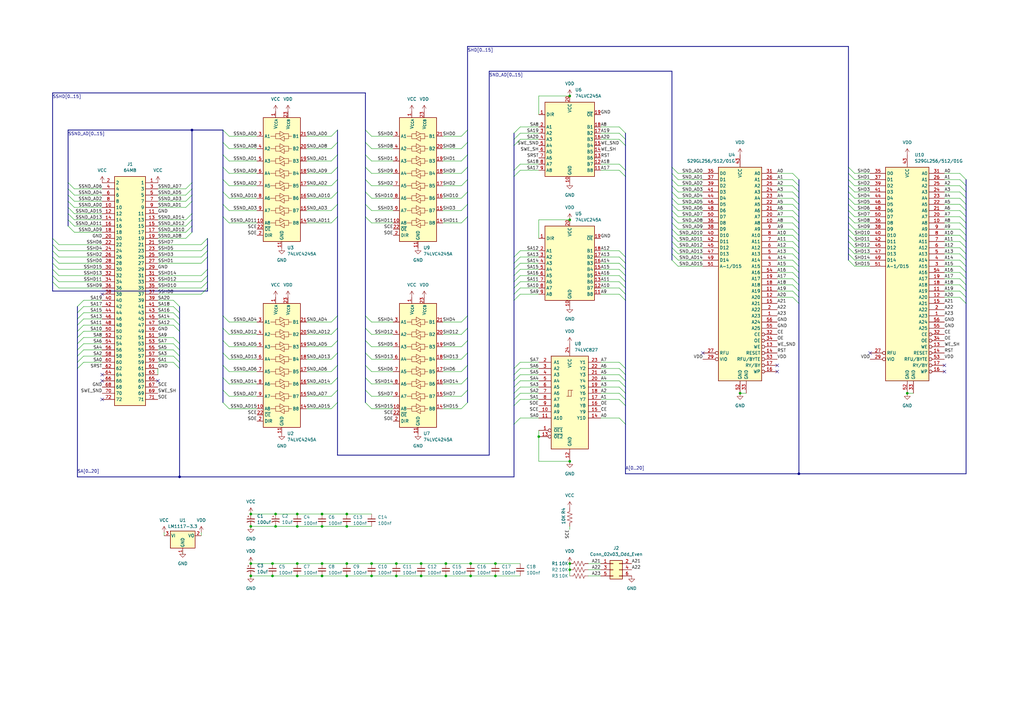
<source format=kicad_sch>
(kicad_sch (version 20231120) (generator "eeschema") (generator_version "8.0")
  (paper "A3")
  (junction (at 102.87 231.14))
  (junction (at 142.24 231.14))
  (junction (at 233.68 233.68))
  (junction (at 121.92 236.22))
  (junction (at 220.98 179.07))
  (junction (at 111.76 231.14))
  (junction (at 152.4 231.14))
  (junction (at 121.92 210.82))
  (junction (at 303.53 161.29))
  (junction (at 233.68 189.23))
  (junction (at 233.68 90.17))
  (junction (at 113.03 210.82))
  (junction (at 182.88 231.14))
  (junction (at 121.92 231.14))
  (junction (at 193.04 231.14))
  (junction (at 111.76 236.22))
  (junction (at 152.4 236.22))
  (junction (at 142.24 236.22))
  (junction (at 132.08 215.9))
  (junction (at 102.87 215.9))
  (junction (at 327.66 194.31))
  (junction (at 121.92 215.9))
  (junction (at 372.11 161.29))
  (junction (at 172.72 231.14))
  (junction (at 142.24 210.82))
  (junction (at 113.03 215.9))
  (junction (at 203.2 231.14))
  (junction (at 233.68 39.37))
  (junction (at 172.72 236.22))
  (junction (at 203.2 236.22))
  (junction (at 102.87 236.22))
  (junction (at 182.88 236.22))
  (junction (at 78.74 53.34))
  (junction (at 132.08 236.22))
  (junction (at 162.56 231.14))
  (junction (at 233.68 231.14))
  (junction (at 73.66 195.58))
  (junction (at 132.08 231.14))
  (junction (at 193.04 236.22))
  (junction (at 102.87 210.82))
  (junction (at 142.24 215.9))
  (junction (at 162.56 236.22))
  (junction (at 132.08 210.82))
  (no_connect (at 41.91 156.21))
  (no_connect (at 318.77 152.4))
  (no_connect (at 41.91 163.83))
  (no_connect (at 356.87 144.78))
  (no_connect (at 41.91 153.67))
  (no_connect (at 387.35 149.86))
  (no_connect (at 288.29 144.78))
  (no_connect (at 387.35 152.4))
  (no_connect (at 64.77 156.21))
  (no_connect (at 41.91 120.65))
  (no_connect (at 318.77 149.86))
  (bus_entry (at 149.86 68.58) (size 2.54 2.54))
  (bus_entry (at 85.09 115.57) (size -2.54 2.54))
  (bus_entry (at 91.44 144.78) (size 2.54 2.54))
  (bus_entry (at 393.7 88.9) (size 2.54 2.54))
  (bus_entry (at 21.59 105.41) (size 2.54 2.54))
  (bus_entry (at 396.24 121.92) (size -2.54 -2.54))
  (bus_entry (at 91.44 149.86) (size 2.54 2.54))
  (bus_entry (at 135.89 147.32) (size 2.54 -2.54))
  (bus_entry (at 91.44 165.1) (size 2.54 2.54))
  (bus_entry (at 71.12 146.05) (size 2.54 2.54))
  (bus_entry (at 325.12 101.6) (size 2.54 2.54))
  (bus_entry (at 393.7 83.82) (size 2.54 2.54))
  (bus_entry (at 189.23 157.48) (size 2.54 -2.54))
  (bus_entry (at 396.24 124.46) (size -2.54 -2.54))
  (bus_entry (at 149.86 134.62) (size 2.54 2.54))
  (bus_entry (at 347.98 104.14) (size 2.54 2.54))
  (bus_entry (at 189.23 60.96) (size 2.54 -2.54))
  (bus_entry (at 210.82 115.57) (size 2.54 -2.54))
  (bus_entry (at 210.82 156.21) (size 2.54 -2.54))
  (bus_entry (at 76.2 77.47) (size 2.54 -2.54))
  (bus_entry (at 275.59 81.28) (size 2.54 2.54))
  (bus_entry (at 149.86 58.42) (size 2.54 2.54))
  (bus_entry (at 347.98 93.98) (size 2.54 2.54))
  (bus_entry (at 210.82 113.03) (size 2.54 -2.54))
  (bus_entry (at 71.12 148.59) (size 2.54 2.54))
  (bus_entry (at 27.94 87.63) (size 2.54 2.54))
  (bus_entry (at 347.98 76.2) (size 2.54 2.54))
  (bus_entry (at 91.44 160.02) (size 2.54 2.54))
  (bus_entry (at 256.54 72.39) (size -2.54 -2.54))
  (bus_entry (at 21.59 110.49) (size 2.54 2.54))
  (bus_entry (at 396.24 111.76) (size -2.54 -2.54))
  (bus_entry (at 71.12 125.73) (size 2.54 2.54))
  (bus_entry (at 76.2 85.09) (size 2.54 -2.54))
  (bus_entry (at 91.44 134.62) (size 2.54 2.54))
  (bus_entry (at 210.82 110.49) (size 2.54 -2.54))
  (bus_entry (at 27.94 82.55) (size 2.54 2.54))
  (bus_entry (at 275.59 73.66) (size 2.54 2.54))
  (bus_entry (at 31.75 133.35) (size 2.54 -2.54))
  (bus_entry (at 325.12 99.06) (size 2.54 2.54))
  (bus_entry (at 210.82 54.61) (size 2.54 -2.54))
  (bus_entry (at 27.94 92.71) (size 2.54 2.54))
  (bus_entry (at 135.89 76.2) (size 2.54 -2.54))
  (bus_entry (at 31.75 143.51) (size 2.54 -2.54))
  (bus_entry (at 275.59 83.82) (size 2.54 2.54))
  (bus_entry (at 325.12 71.12) (size 2.54 2.54))
  (bus_entry (at 325.12 86.36) (size 2.54 2.54))
  (bus_entry (at 396.24 116.84) (size -2.54 -2.54))
  (bus_entry (at 149.86 63.5) (size 2.54 2.54))
  (bus_entry (at 27.94 85.09) (size 2.54 2.54))
  (bus_entry (at 210.82 59.69) (size 2.54 -2.54))
  (bus_entry (at 135.89 152.4) (size 2.54 -2.54))
  (bus_entry (at 91.44 53.34) (size 2.54 2.54))
  (bus_entry (at 31.75 151.13) (size 2.54 -2.54))
  (bus_entry (at 189.23 137.16) (size 2.54 -2.54))
  (bus_entry (at 21.59 115.57) (size 2.54 2.54))
  (bus_entry (at 275.59 86.36) (size 2.54 2.54))
  (bus_entry (at 31.75 130.81) (size 2.54 -2.54))
  (bus_entry (at 71.12 123.19) (size 2.54 2.54))
  (bus_entry (at 275.59 71.12) (size 2.54 2.54))
  (bus_entry (at 254 107.95) (size 2.54 2.54))
  (bus_entry (at 347.98 86.36) (size 2.54 2.54))
  (bus_entry (at 327.66 121.92) (size -2.54 -2.54))
  (bus_entry (at 396.24 114.3) (size -2.54 -2.54))
  (bus_entry (at 275.59 96.52) (size 2.54 2.54))
  (bus_entry (at 135.89 137.16) (size 2.54 -2.54))
  (bus_entry (at 31.75 125.73) (size 2.54 -2.54))
  (bus_entry (at 189.23 91.44) (size 2.54 -2.54))
  (bus_entry (at 76.2 95.25) (size 2.54 -2.54))
  (bus_entry (at 149.86 88.9) (size 2.54 2.54))
  (bus_entry (at 71.12 138.43) (size 2.54 2.54))
  (bus_entry (at 76.2 80.01) (size 2.54 -2.54))
  (bus_entry (at 189.23 147.32) (size 2.54 -2.54))
  (bus_entry (at 85.09 100.33) (size -2.54 2.54))
  (bus_entry (at 327.66 124.46) (size -2.54 -2.54))
  (bus_entry (at 275.59 99.06) (size 2.54 2.54))
  (bus_entry (at 85.09 110.49) (size -2.54 2.54))
  (bus_entry (at 275.59 93.98) (size 2.54 2.54))
  (bus_entry (at 91.44 154.94) (size 2.54 2.54))
  (bus_entry (at 21.59 100.33) (size 2.54 2.54))
  (bus_entry (at 325.12 104.14) (size 2.54 2.54))
  (bus_entry (at 31.75 146.05) (size 2.54 -2.54))
  (bus_entry (at 254 161.29) (size 2.54 2.54))
  (bus_entry (at 85.09 105.41) (size -2.54 2.54))
  (bus_entry (at 327.66 111.76) (size -2.54 -2.54))
  (bus_entry (at 189.23 81.28) (size 2.54 -2.54))
  (bus_entry (at 275.59 91.44) (size 2.54 2.54))
  (bus_entry (at 347.98 71.12) (size 2.54 2.54))
  (bus_entry (at 325.12 106.68) (size 2.54 2.54))
  (bus_entry (at 76.2 90.17) (size 2.54 -2.54))
  (bus_entry (at 85.09 118.11) (size -2.54 2.54))
  (bus_entry (at 31.75 140.97) (size 2.54 -2.54))
  (bus_entry (at 189.23 71.12) (size 2.54 -2.54))
  (bus_entry (at 325.12 78.74) (size 2.54 2.54))
  (bus_entry (at 31.75 135.89) (size 2.54 -2.54))
  (bus_entry (at 21.59 107.95) (size 2.54 2.54))
  (bus_entry (at 21.59 102.87) (size 2.54 2.54))
  (bus_entry (at 275.59 104.14) (size 2.54 2.54))
  (bus_entry (at 149.86 78.74) (size 2.54 2.54))
  (bus_entry (at 393.7 101.6) (size 2.54 2.54))
  (bus_entry (at 91.44 129.54) (size 2.54 2.54))
  (bus_entry (at 27.94 90.17) (size 2.54 2.54))
  (bus_entry (at 135.89 86.36) (size 2.54 -2.54))
  (bus_entry (at 76.2 82.55) (size 2.54 -2.54))
  (bus_entry (at 91.44 88.9) (size 2.54 2.54))
  (bus_entry (at 210.82 123.19) (size 2.54 -2.54))
  (bus_entry (at 149.86 53.34) (size 2.54 2.54))
  (bus_entry (at 393.7 106.68) (size 2.54 2.54))
  (bus_entry (at 210.82 158.75) (size 2.54 -2.54))
  (bus_entry (at 254 102.87) (size 2.54 2.54))
  (bus_entry (at 189.23 142.24) (size 2.54 -2.54))
  (bus_entry (at 325.12 81.28) (size 2.54 2.54))
  (bus_entry (at 91.44 68.58) (size 2.54 2.54))
  (bus_entry (at 347.98 83.82) (size 2.54 2.54))
  (bus_entry (at 189.23 132.08) (size 2.54 -2.54))
  (bus_entry (at 189.23 86.36) (size 2.54 -2.54))
  (bus_entry (at 347.98 101.6) (size 2.54 2.54))
  (bus_entry (at 71.12 128.27) (size 2.54 2.54))
  (bus_entry (at 254 120.65) (size 2.54 2.54))
  (bus_entry (at 135.89 162.56) (size 2.54 -2.54))
  (bus_entry (at 210.82 153.67) (size 2.54 -2.54))
  (bus_entry (at 325.12 93.98) (size 2.54 2.54))
  (bus_entry (at 393.7 73.66) (size 2.54 2.54))
  (bus_entry (at 71.12 133.35) (size 2.54 2.54))
  (bus_entry (at 325.12 76.2) (size 2.54 2.54))
  (bus_entry (at 149.86 165.1) (size 2.54 2.54))
  (bus_entry (at 76.2 97.79) (size 2.54 -2.54))
  (bus_entry (at 275.59 106.68) (size 2.54 2.54))
  (bus_entry (at 347.98 68.58) (size 2.54 2.54))
  (bus_entry (at 76.2 92.71) (size 2.54 -2.54))
  (bus_entry (at 254 163.83) (size 2.54 2.54))
  (bus_entry (at 149.86 73.66) (size 2.54 2.54))
  (bus_entry (at 396.24 119.38) (size -2.54 -2.54))
  (bus_entry (at 347.98 106.68) (size 2.54 2.54))
  (bus_entry (at 347.98 81.28) (size 2.54 2.54))
  (bus_entry (at 393.7 91.44) (size 2.54 2.54))
  (bus_entry (at 325.12 88.9) (size 2.54 2.54))
  (bus_entry (at 149.86 144.78) (size 2.54 2.54))
  (bus_entry (at 31.75 138.43) (size 2.54 -2.54))
  (bus_entry (at 325.12 73.66) (size 2.54 2.54))
  (bus_entry (at 393.7 86.36) (size 2.54 2.54))
  (bus_entry (at 254 158.75) (size 2.54 2.54))
  (bus_entry (at 347.98 99.06) (size 2.54 2.54))
  (bus_entry (at 91.44 58.42) (size 2.54 2.54))
  (bus_entry (at 71.12 130.81) (size 2.54 2.54))
  (bus_entry (at 210.82 166.37) (size 2.54 -2.54))
  (bus_entry (at 149.86 149.86) (size 2.54 2.54))
  (bus_entry (at 189.23 55.88) (size 2.54 -2.54))
  (bus_entry (at 27.94 77.47) (size 2.54 2.54))
  (bus_entry (at 256.54 54.61) (size -2.54 -2.54))
  (bus_entry (at 210.82 173.99) (size 2.54 -2.54))
  (bus_entry (at 393.7 96.52) (size 2.54 2.54))
  (bus_entry (at 254 156.21) (size 2.54 2.54))
  (bus_entry (at 135.89 167.64) (size 2.54 -2.54))
  (bus_entry (at 27.94 80.01) (size 2.54 2.54))
  (bus_entry (at 210.82 72.39) (size 2.54 -2.54))
  (bus_entry (at 254 151.13) (size 2.54 2.54))
  (bus_entry (at 393.7 71.12) (size 2.54 2.54))
  (bus_entry (at 256.54 69.85) (size -2.54 -2.54))
  (bus_entry (at 149.86 83.82) (size 2.54 2.54))
  (bus_entry (at 135.89 142.24) (size 2.54 -2.54))
  (bus_entry (at 210.82 118.11) (size 2.54 -2.54))
  (bus_entry (at 254 118.11) (size 2.54 2.54))
  (bus_entry (at 254 153.67) (size 2.54 2.54))
  (bus_entry (at 27.94 74.93) (size 2.54 2.54))
  (bus_entry (at 135.89 81.28) (size 2.54 -2.54))
  (bus_entry (at 135.89 157.48) (size 2.54 -2.54))
  (bus_entry (at 189.23 76.2) (size 2.54 -2.54))
  (bus_entry (at 325.12 96.52) (size 2.54 2.54))
  (bus_entry (at 91.44 139.7) (size 2.54 2.54))
  (bus_entry (at 85.09 97.79) (size -2.54 2.54))
  (bus_entry (at 71.12 140.97) (size 2.54 2.54))
  (bus_entry (at 210.82 57.15) (size 2.54 -2.54))
  (bus_entry (at 91.44 73.66) (size 2.54 2.54))
  (bus_entry (at 347.98 91.44) (size 2.54 2.54))
  (bus_entry (at 327.66 114.3) (size -2.54 -2.54))
  (bus_entry (at 210.82 163.83) (size 2.54 -2.54))
  (bus_entry (at 210.82 107.95) (size 2.54 -2.54))
  (bus_entry (at 210.82 105.41) (size 2.54 -2.54))
  (bus_entry (at 135.89 55.88) (size 2.54 -2.54))
  (bus_entry (at 85.09 102.87) (size -2.54 2.54))
  (bus_entry (at 254 113.03) (size 2.54 2.54))
  (bus_entry (at 189.23 66.04) (size 2.54 -2.54))
  (bus_entry (at 254 148.59) (size 2.54 2.54))
  (bus_entry (at 31.75 128.27) (size 2.54 -2.54))
  (bus_entry (at 275.59 101.6) (size 2.54 2.54))
  (bus_entry (at 91.44 83.82) (size 2.54 2.54))
  (bus_entry (at 254 171.45) (size 2.54 2.54))
  (bus_entry (at 189.23 152.4) (size 2.54 -2.54))
  (bus_entry (at 393.7 99.06) (size 2.54 2.54))
  (bus_entry (at 254 105.41) (size 2.54 2.54))
  (bus_entry (at 275.59 88.9) (size 2.54 2.54))
  (bus_entry (at 347.98 73.66) (size 2.54 2.54))
  (bus_entry (at 327.66 119.38) (size -2.54 -2.54))
  (bus_entry (at 393.7 78.74) (size 2.54 2.54))
  (bus_entry (at 135.89 91.44) (size 2.54 -2.54))
  (bus_entry (at 135.89 66.04) (size 2.54 -2.54))
  (bus_entry (at 149.86 154.94) (size 2.54 2.54))
  (bus_entry (at 256.54 57.15) (size -2.54 -2.54))
  (bus_entry (at 254 115.57) (size 2.54 2.54))
  (bus_entry (at 327.66 116.84) (size -2.54 -2.54))
  (bus_entry (at 275.59 68.58) (size 2.54 2.54))
  (bus_entry (at 393.7 104.14) (size 2.54 2.54))
  (bus_entry (at 210.82 151.13) (size 2.54 -2.54))
  (bus_entry (at 149.86 160.02) (size 2.54 2.54))
  (bus_entry (at 135.89 71.12) (size 2.54 -2.54))
  (bus_entry (at 135.89 132.08) (size 2.54 -2.54))
  (bus_entry (at 256.54 59.69) (size -2.54 -2.54))
  (bus_entry (at 393.7 81.28) (size 2.54 2.54))
  (bus_entry (at 91.44 63.5) (size 2.54 2.54))
  (bus_entry (at 254 110.49) (size 2.54 2.54))
  (bus_entry (at 31.75 148.59) (size 2.54 -2.54))
  (bus_entry (at 325.12 91.44) (size 2.54 2.54))
  (bus_entry (at 21.59 113.03) (size 2.54 2.54))
  (bus_entry (at 71.12 143.51) (size 2.54 2.54))
  (bus_entry (at 135.89 60.96) (size 2.54 -2.54))
  (bus_entry (at 275.59 76.2) (size 2.54 2.54))
  (bus_entry (at 21.59 97.79) (size 2.54 2.54))
  (bus_entry (at 210.82 120.65) (size 2.54 -2.54))
  (bus_entry (at 325.12 83.82) (size 2.54 2.54))
  (bus_entry (at 189.23 167.64) (size 2.54 -2.54))
  (bus_entry (at 393.7 93.98) (size 2.54 2.54))
  (bus_entry (at 189.23 162.56) (size 2.54 -2.54))
  (bus_entry (at 91.44 78.74) (size 2.54 2.54))
  (bus_entry (at 210.82 69.85) (size 2.54 -2.54))
  (bus_entry (at 347.98 88.9) (size 2.54 2.54))
  (bus_entry (at 347.98 96.52) (size 2.54 2.54))
  (bus_entry (at 149.86 139.7) (size 2.54 2.54))
  (bus_entry (at 85.09 113.03) (size -2.54 2.54))
  (bus_entry (at 149.86 129.54) (size 2.54 2.54))
  (bus_entry (at 275.59 78.74) (size 2.54 2.54))
  (bus_entry (at 347.98 78.74) (size 2.54 2.54))
  (bus_entry (at 393.7 76.2) (size 2.54 2.54))
  (bus_entry (at 210.82 161.29) (size 2.54 -2.54))
  (bus (pts (xy 210.82 54.61) (xy 210.82 57.15)))
  (wire (pts (xy 213.36 161.29) (xy 220.98 161.29)))
  (bus (pts (xy 210.82 161.29) (xy 210.82 163.83)))
  (wire (pts (xy 350.52 73.66) (xy 356.87 73.66)))
  (bus (pts (xy 138.43 63.5) (xy 138.43 68.58)))
  (wire (pts (xy 246.38 171.45) (xy 254 171.45)))
  (wire (pts (xy 181.61 81.28) (xy 189.23 81.28)))
  (wire (pts (xy 246.38 113.03) (xy 254 113.03)))
  (wire (pts (xy 318.77 119.38) (xy 325.12 119.38)))
  (bus (pts (xy 78.74 80.01) (xy 78.74 82.55)))
  (wire (pts (xy 220.98 90.17) (xy 233.68 90.17)))
  (bus (pts (xy 191.77 134.62) (xy 191.77 139.7)))
  (wire (pts (xy 387.35 111.76) (xy 393.7 111.76)))
  (wire (pts (xy 93.98 157.48) (xy 105.41 157.48)))
  (bus (pts (xy 91.44 83.82) (xy 91.44 88.9)))
  (wire (pts (xy 318.77 111.76) (xy 325.12 111.76)))
  (bus (pts (xy 191.77 144.78) (xy 191.77 149.86)))
  (bus (pts (xy 31.75 148.59) (xy 31.75 151.13)))
  (wire (pts (xy 125.73 91.44) (xy 135.89 91.44)))
  (wire (pts (xy 152.4 152.4) (xy 161.29 152.4)))
  (bus (pts (xy 149.86 58.42) (xy 149.86 63.5)))
  (bus (pts (xy 138.43 73.66) (xy 138.43 78.74)))
  (bus (pts (xy 191.77 154.94) (xy 191.77 160.02)))
  (wire (pts (xy 64.77 107.95) (xy 82.55 107.95)))
  (bus (pts (xy 21.59 102.87) (xy 21.59 100.33)))
  (bus (pts (xy 256.54 72.39) (xy 256.54 105.41)))
  (bus (pts (xy 85.09 118.11) (xy 85.09 119.38)))
  (bus (pts (xy 138.43 160.02) (xy 138.43 165.1)))
  (bus (pts (xy 31.75 138.43) (xy 31.75 140.97)))
  (wire (pts (xy 387.35 86.36) (xy 393.7 86.36)))
  (wire (pts (xy 30.48 80.01) (xy 41.91 80.01)))
  (wire (pts (xy 24.13 105.41) (xy 41.91 105.41)))
  (bus (pts (xy 85.09 105.41) (xy 85.09 102.87)))
  (bus (pts (xy 210.82 107.95) (xy 210.82 110.49)))
  (wire (pts (xy 113.03 215.9) (xy 121.92 215.9)))
  (wire (pts (xy 350.52 71.12) (xy 356.87 71.12)))
  (wire (pts (xy 233.68 233.68) (xy 233.68 236.22)))
  (wire (pts (xy 318.77 83.82) (xy 325.12 83.82)))
  (bus (pts (xy 396.24 114.3) (xy 396.24 116.84)))
  (wire (pts (xy 30.48 95.25) (xy 41.91 95.25)))
  (bus (pts (xy 27.94 85.09) (xy 27.94 87.63)))
  (bus (pts (xy 396.24 111.76) (xy 396.24 114.3)))
  (wire (pts (xy 30.48 77.47) (xy 41.91 77.47)))
  (wire (pts (xy 64.77 115.57) (xy 82.55 115.57)))
  (bus (pts (xy 327.66 121.92) (xy 327.66 124.46)))
  (wire (pts (xy 246.38 69.85) (xy 254 69.85)))
  (bus (pts (xy 149.86 73.66) (xy 149.86 78.74)))
  (wire (pts (xy 213.36 102.87) (xy 220.98 102.87)))
  (wire (pts (xy 111.76 231.14) (xy 121.92 231.14)))
  (bus (pts (xy 149.86 63.5) (xy 149.86 68.58)))
  (bus (pts (xy 396.24 83.82) (xy 396.24 86.36)))
  (wire (pts (xy 93.98 152.4) (xy 105.41 152.4)))
  (wire (pts (xy 125.73 76.2) (xy 135.89 76.2)))
  (bus (pts (xy 327.66 116.84) (xy 327.66 119.38)))
  (bus (pts (xy 396.24 194.31) (xy 327.66 194.31)))
  (bus (pts (xy 396.24 121.92) (xy 396.24 124.46)))
  (wire (pts (xy 213.36 110.49) (xy 220.98 110.49)))
  (bus (pts (xy 347.98 81.28) (xy 347.98 83.82)))
  (bus (pts (xy 347.98 96.52) (xy 347.98 99.06)))
  (bus (pts (xy 31.75 128.27) (xy 31.75 130.81)))
  (bus (pts (xy 91.44 139.7) (xy 91.44 144.78)))
  (bus (pts (xy 91.44 68.58) (xy 91.44 73.66)))
  (wire (pts (xy 318.77 109.22) (xy 325.12 109.22)))
  (wire (pts (xy 24.13 110.49) (xy 41.91 110.49)))
  (wire (pts (xy 181.61 91.44) (xy 189.23 91.44)))
  (bus (pts (xy 210.82 120.65) (xy 210.82 123.19)))
  (wire (pts (xy 278.13 83.82) (xy 288.29 83.82)))
  (wire (pts (xy 387.35 76.2) (xy 393.7 76.2)))
  (wire (pts (xy 24.13 118.11) (xy 41.91 118.11)))
  (bus (pts (xy 347.98 73.66) (xy 347.98 76.2)))
  (wire (pts (xy 125.73 147.32) (xy 135.89 147.32)))
  (bus (pts (xy 149.86 149.86) (xy 149.86 154.94)))
  (wire (pts (xy 387.35 99.06) (xy 393.7 99.06)))
  (wire (pts (xy 64.77 100.33) (xy 82.55 100.33)))
  (bus (pts (xy 256.54 123.19) (xy 256.54 151.13)))
  (wire (pts (xy 30.48 85.09) (xy 41.91 85.09)))
  (wire (pts (xy 93.98 167.64) (xy 105.41 167.64)))
  (wire (pts (xy 246.38 102.87) (xy 254 102.87)))
  (wire (pts (xy 102.87 231.14) (xy 111.76 231.14)))
  (wire (pts (xy 246.38 57.15) (xy 254 57.15)))
  (wire (pts (xy 318.77 104.14) (xy 325.12 104.14)))
  (bus (pts (xy 191.77 139.7) (xy 191.77 144.78)))
  (wire (pts (xy 142.24 236.22) (xy 152.4 236.22)))
  (wire (pts (xy 213.36 153.67) (xy 220.98 153.67)))
  (bus (pts (xy 191.77 68.58) (xy 191.77 73.66)))
  (wire (pts (xy 318.77 86.36) (xy 325.12 86.36)))
  (wire (pts (xy 125.73 71.12) (xy 135.89 71.12)))
  (wire (pts (xy 24.13 113.03) (xy 41.91 113.03)))
  (wire (pts (xy 181.61 66.04) (xy 189.23 66.04)))
  (wire (pts (xy 246.38 52.07) (xy 254 52.07)))
  (bus (pts (xy 396.24 91.44) (xy 396.24 93.98)))
  (wire (pts (xy 172.72 236.22) (xy 182.88 236.22)))
  (bus (pts (xy 275.59 29.21) (xy 275.59 68.58)))
  (wire (pts (xy 213.36 54.61) (xy 220.98 54.61)))
  (wire (pts (xy 350.52 104.14) (xy 356.87 104.14)))
  (wire (pts (xy 213.36 57.15) (xy 220.98 57.15)))
  (wire (pts (xy 152.4 167.64) (xy 161.29 167.64)))
  (wire (pts (xy 387.35 119.38) (xy 393.7 119.38)))
  (bus (pts (xy 191.77 63.5) (xy 191.77 68.58)))
  (bus (pts (xy 73.66 140.97) (xy 73.66 143.51)))
  (wire (pts (xy 125.73 152.4) (xy 135.89 152.4)))
  (wire (pts (xy 278.13 96.52) (xy 288.29 96.52)))
  (bus (pts (xy 396.24 109.22) (xy 396.24 111.76)))
  (bus (pts (xy 191.77 129.54) (xy 191.77 134.62)))
  (bus (pts (xy 396.24 116.84) (xy 396.24 119.38)))
  (wire (pts (xy 278.13 81.28) (xy 288.29 81.28)))
  (wire (pts (xy 350.52 99.06) (xy 356.87 99.06)))
  (wire (pts (xy 213.36 69.85) (xy 220.98 69.85)))
  (wire (pts (xy 246.38 120.65) (xy 254 120.65)))
  (wire (pts (xy 350.52 106.68) (xy 356.87 106.68)))
  (bus (pts (xy 347.98 83.82) (xy 347.98 86.36)))
  (bus (pts (xy 396.24 73.66) (xy 396.24 76.2)))
  (wire (pts (xy 93.98 147.32) (xy 105.41 147.32)))
  (wire (pts (xy 64.77 102.87) (xy 82.55 102.87)))
  (bus (pts (xy 85.09 100.33) (xy 85.09 97.79)))
  (wire (pts (xy 246.38 158.75) (xy 254 158.75)))
  (wire (pts (xy 152.4 81.28) (xy 161.29 81.28)))
  (wire (pts (xy 121.92 215.9) (xy 132.08 215.9)))
  (wire (pts (xy 181.61 137.16) (xy 189.23 137.16)))
  (bus (pts (xy 73.66 143.51) (xy 73.66 146.05)))
  (bus (pts (xy 31.75 143.51) (xy 31.75 146.05)))
  (bus (pts (xy 91.44 88.9) (xy 91.44 129.54)))
  (bus (pts (xy 347.98 78.74) (xy 347.98 81.28)))
  (bus (pts (xy 210.82 163.83) (xy 210.82 166.37)))
  (wire (pts (xy 152.4 231.14) (xy 162.56 231.14)))
  (bus (pts (xy 256.54 107.95) (xy 256.54 110.49)))
  (bus (pts (xy 347.98 88.9) (xy 347.98 91.44)))
  (wire (pts (xy 64.77 123.19) (xy 71.12 123.19)))
  (wire (pts (xy 181.61 162.56) (xy 189.23 162.56)))
  (wire (pts (xy 350.52 76.2) (xy 356.87 76.2)))
  (wire (pts (xy 387.35 78.74) (xy 393.7 78.74)))
  (wire (pts (xy 152.4 157.48) (xy 161.29 157.48)))
  (bus (pts (xy 256.54 161.29) (xy 256.54 163.83)))
  (bus (pts (xy 396.24 86.36) (xy 396.24 88.9)))
  (wire (pts (xy 34.29 148.59) (xy 41.91 148.59)))
  (bus (pts (xy 91.44 53.34) (xy 91.44 58.42)))
  (wire (pts (xy 181.61 152.4) (xy 189.23 152.4)))
  (bus (pts (xy 327.66 76.2) (xy 327.66 78.74)))
  (bus (pts (xy 21.59 100.33) (xy 21.59 97.79)))
  (wire (pts (xy 93.98 55.88) (xy 105.41 55.88)))
  (wire (pts (xy 93.98 137.16) (xy 105.41 137.16)))
  (wire (pts (xy 213.36 151.13) (xy 220.98 151.13)))
  (bus (pts (xy 91.44 149.86) (xy 91.44 154.94)))
  (bus (pts (xy 327.66 73.66) (xy 327.66 76.2)))
  (wire (pts (xy 34.29 138.43) (xy 41.91 138.43)))
  (bus (pts (xy 191.77 160.02) (xy 191.77 165.1)))
  (bus (pts (xy 138.43 78.74) (xy 138.43 83.82)))
  (bus (pts (xy 149.86 129.54) (xy 149.86 134.62)))
  (bus (pts (xy 347.98 104.14) (xy 347.98 106.68)))
  (bus (pts (xy 191.77 53.34) (xy 191.77 58.42)))
  (wire (pts (xy 64.77 148.59) (xy 71.12 148.59)))
  (wire (pts (xy 121.92 231.14) (xy 132.08 231.14)))
  (wire (pts (xy 181.61 132.08) (xy 189.23 132.08)))
  (bus (pts (xy 256.54 156.21) (xy 256.54 158.75)))
  (wire (pts (xy 111.76 236.22) (xy 121.92 236.22)))
  (wire (pts (xy 93.98 76.2) (xy 105.41 76.2)))
  (bus (pts (xy 31.75 130.81) (xy 31.75 133.35)))
  (bus (pts (xy 191.77 19.05) (xy 347.98 19.05)))
  (wire (pts (xy 246.38 115.57) (xy 254 115.57)))
  (bus (pts (xy 327.66 86.36) (xy 327.66 88.9)))
  (wire (pts (xy 182.88 236.22) (xy 193.04 236.22)))
  (wire (pts (xy 102.87 236.22) (xy 111.76 236.22)))
  (wire (pts (xy 181.61 86.36) (xy 189.23 86.36)))
  (bus (pts (xy 149.86 78.74) (xy 149.86 83.82)))
  (bus (pts (xy 396.24 106.68) (xy 396.24 109.22)))
  (bus (pts (xy 210.82 115.57) (xy 210.82 118.11)))
  (wire (pts (xy 64.77 92.71) (xy 76.2 92.71)))
  (bus (pts (xy 396.24 96.52) (xy 396.24 99.06)))
  (wire (pts (xy 241.3 233.68) (xy 246.38 233.68)))
  (bus (pts (xy 91.44 78.74) (xy 91.44 83.82)))
  (bus (pts (xy 138.43 88.9) (xy 138.43 129.54)))
  (bus (pts (xy 91.44 154.94) (xy 91.44 160.02)))
  (wire (pts (xy 132.08 215.9) (xy 142.24 215.9)))
  (wire (pts (xy 24.13 102.87) (xy 41.91 102.87)))
  (wire (pts (xy 64.77 143.51) (xy 71.12 143.51)))
  (wire (pts (xy 246.38 156.21) (xy 254 156.21)))
  (wire (pts (xy 132.08 236.22) (xy 142.24 236.22)))
  (wire (pts (xy 152.4 76.2) (xy 161.29 76.2)))
  (bus (pts (xy 138.43 144.78) (xy 138.43 149.86)))
  (bus (pts (xy 327.66 106.68) (xy 327.66 109.22)))
  (wire (pts (xy 64.77 82.55) (xy 76.2 82.55)))
  (bus (pts (xy 327.66 93.98) (xy 327.66 96.52)))
  (bus (pts (xy 21.59 107.95) (xy 21.59 105.41)))
  (wire (pts (xy 181.61 71.12) (xy 189.23 71.12)))
  (bus (pts (xy 327.66 83.82) (xy 327.66 86.36)))
  (bus (pts (xy 210.82 72.39) (xy 210.82 105.41)))
  (wire (pts (xy 318.77 91.44) (xy 325.12 91.44)))
  (wire (pts (xy 278.13 88.9) (xy 288.29 88.9)))
  (bus (pts (xy 138.43 134.62) (xy 138.43 139.7)))
  (bus (pts (xy 149.86 53.34) (xy 149.86 58.42)))
  (wire (pts (xy 152.4 147.32) (xy 161.29 147.32)))
  (wire (pts (xy 213.36 163.83) (xy 220.98 163.83)))
  (bus (pts (xy 27.94 53.34) (xy 27.94 74.93)))
  (bus (pts (xy 275.59 86.36) (xy 275.59 88.9)))
  (wire (pts (xy 82.55 219.71) (xy 82.55 218.44)))
  (wire (pts (xy 162.56 231.14) (xy 172.72 231.14)))
  (wire (pts (xy 64.77 105.41) (xy 82.55 105.41)))
  (bus (pts (xy 73.66 148.59) (xy 73.66 151.13)))
  (wire (pts (xy 125.73 162.56) (xy 135.89 162.56)))
  (bus (pts (xy 347.98 99.06) (xy 347.98 101.6)))
  (bus (pts (xy 275.59 93.98) (xy 275.59 96.52)))
  (wire (pts (xy 350.52 91.44) (xy 356.87 91.44)))
  (wire (pts (xy 125.73 167.64) (xy 135.89 167.64)))
  (wire (pts (xy 64.77 85.09) (xy 76.2 85.09)))
  (bus (pts (xy 347.98 86.36) (xy 347.98 88.9)))
  (wire (pts (xy 246.38 67.31) (xy 254 67.31)))
  (wire (pts (xy 318.77 71.12) (xy 325.12 71.12)))
  (bus (pts (xy 256.54 163.83) (xy 256.54 166.37)))
  (wire (pts (xy 24.13 100.33) (xy 41.91 100.33)))
  (bus (pts (xy 256.54 59.69) (xy 256.54 69.85)))
  (wire (pts (xy 64.77 80.01) (xy 76.2 80.01)))
  (wire (pts (xy 387.35 73.66) (xy 393.7 73.66)))
  (wire (pts (xy 213.36 156.21) (xy 220.98 156.21)))
  (wire (pts (xy 74.93 227.33) (xy 74.93 226.06)))
  (wire (pts (xy 220.98 97.79) (xy 220.98 90.17)))
  (bus (pts (xy 78.74 74.93) (xy 78.74 77.47)))
  (bus (pts (xy 256.54 120.65) (xy 256.54 123.19)))
  (bus (pts (xy 396.24 99.06) (xy 396.24 101.6)))
  (wire (pts (xy 64.77 113.03) (xy 82.55 113.03)))
  (bus (pts (xy 78.74 92.71) (xy 78.74 95.25)))
  (wire (pts (xy 220.98 176.53) (xy 220.98 179.07)))
  (wire (pts (xy 152.4 132.08) (xy 161.29 132.08)))
  (bus (pts (xy 275.59 88.9) (xy 275.59 91.44)))
  (bus (pts (xy 275.59 83.82) (xy 275.59 86.36)))
  (wire (pts (xy 93.98 81.28) (xy 105.41 81.28)))
  (wire (pts (xy 246.38 161.29) (xy 254 161.29)))
  (wire (pts (xy 278.13 101.6) (xy 288.29 101.6)))
  (bus (pts (xy 210.82 59.69) (xy 210.82 69.85)))
  (bus (pts (xy 149.86 134.62) (xy 149.86 139.7)))
  (wire (pts (xy 318.77 73.66) (xy 325.12 73.66)))
  (wire (pts (xy 142.24 215.9) (xy 152.4 215.9)))
  (wire (pts (xy 278.13 78.74) (xy 288.29 78.74)))
  (wire (pts (xy 241.3 236.22) (xy 246.38 236.22)))
  (wire (pts (xy 64.77 97.79) (xy 76.2 97.79)))
  (bus (pts (xy 256.54 194.31) (xy 256.54 173.99)))
  (wire (pts (xy 162.56 236.22) (xy 172.72 236.22)))
  (bus (pts (xy 138.43 154.94) (xy 138.43 160.02)))
  (wire (pts (xy 34.29 140.97) (xy 41.91 140.97)))
  (wire (pts (xy 220.98 189.23) (xy 233.68 189.23)))
  (bus (pts (xy 85.09 102.87) (xy 85.09 100.33)))
  (bus (pts (xy 191.77 73.66) (xy 191.77 78.74)))
  (bus (pts (xy 21.59 105.41) (xy 21.59 102.87)))
  (wire (pts (xy 125.73 55.88) (xy 135.89 55.88)))
  (bus (pts (xy 21.59 113.03) (xy 21.59 110.49)))
  (bus (pts (xy 149.86 160.02) (xy 149.86 165.1)))
  (wire (pts (xy 34.29 130.81) (xy 41.91 130.81)))
  (bus (pts (xy 31.75 151.13) (xy 31.75 195.58)))
  (bus (pts (xy 138.43 129.54) (xy 138.43 134.62)))
  (bus (pts (xy 327.66 81.28) (xy 327.66 83.82)))
  (bus (pts (xy 27.94 77.47) (xy 27.94 80.01)))
  (wire (pts (xy 246.38 151.13) (xy 254 151.13)))
  (wire (pts (xy 350.52 83.82) (xy 356.87 83.82)))
  (wire (pts (xy 387.35 71.12) (xy 393.7 71.12)))
  (bus (pts (xy 347.98 101.6) (xy 347.98 104.14)))
  (bus (pts (xy 210.82 173.99) (xy 210.82 195.58)))
  (bus (pts (xy 149.86 154.94) (xy 149.86 160.02)))
  (wire (pts (xy 132.08 210.82) (xy 142.24 210.82)))
  (wire (pts (xy 213.36 158.75) (xy 220.98 158.75)))
  (wire (pts (xy 125.73 81.28) (xy 135.89 81.28)))
  (bus (pts (xy 275.59 73.66) (xy 275.59 76.2)))
  (wire (pts (xy 372.11 161.29) (xy 374.65 161.29)))
  (bus (pts (xy 78.74 53.34) (xy 78.74 74.93)))
  (bus (pts (xy 149.86 88.9) (xy 149.86 129.54)))
  (bus (pts (xy 275.59 71.12) (xy 275.59 73.66)))
  (wire (pts (xy 387.35 104.14) (xy 393.7 104.14)))
  (bus (pts (xy 347.98 71.12) (xy 347.98 73.66)))
  (wire (pts (xy 387.35 93.98) (xy 393.7 93.98)))
  (bus (pts (xy 138.43 186.69) (xy 200.66 186.69)))
  (bus (pts (xy 275.59 76.2) (xy 275.59 78.74)))
  (bus (pts (xy 138.43 68.58) (xy 138.43 73.66)))
  (bus (pts (xy 31.75 140.97) (xy 31.75 143.51)))
  (bus (pts (xy 210.82 153.67) (xy 210.82 156.21)))
  (wire (pts (xy 278.13 104.14) (xy 288.29 104.14)))
  (wire (pts (xy 318.77 96.52) (xy 325.12 96.52)))
  (wire (pts (xy 30.48 92.71) (xy 41.91 92.71)))
  (bus (pts (xy 91.44 134.62) (xy 91.44 139.7)))
  (bus (pts (xy 73.66 130.81) (xy 73.66 133.35)))
  (bus (pts (xy 149.86 68.58) (xy 149.86 73.66)))
  (bus (pts (xy 210.82 158.75) (xy 210.82 161.29)))
  (bus (pts (xy 191.77 88.9) (xy 191.77 129.54)))
  (wire (pts (xy 34.29 135.89) (xy 41.91 135.89)))
  (wire (pts (xy 125.73 66.04) (xy 135.89 66.04)))
  (bus (pts (xy 327.66 109.22) (xy 327.66 111.76)))
  (wire (pts (xy 64.77 128.27) (xy 71.12 128.27)))
  (wire (pts (xy 246.38 107.95) (xy 254 107.95)))
  (wire (pts (xy 152.4 66.04) (xy 161.29 66.04)))
  (bus (pts (xy 73.66 125.73) (xy 73.66 128.27)))
  (wire (pts (xy 64.77 77.47) (xy 76.2 77.47)))
  (wire (pts (xy 318.77 78.74) (xy 325.12 78.74)))
  (wire (pts (xy 93.98 66.04) (xy 105.41 66.04)))
  (bus (pts (xy 27.94 80.01) (xy 27.94 82.55)))
  (bus (pts (xy 256.54 115.57) (xy 256.54 118.11)))
  (wire (pts (xy 318.77 93.98) (xy 325.12 93.98)))
  (wire (pts (xy 64.77 118.11) (xy 82.55 118.11)))
  (wire (pts (xy 387.35 101.6) (xy 393.7 101.6)))
  (bus (pts (xy 396.24 76.2) (xy 396.24 78.74)))
  (bus (pts (xy 78.74 82.55) (xy 78.74 87.63)))
  (bus (pts (xy 347.98 76.2) (xy 347.98 78.74)))
  (wire (pts (xy 125.73 157.48) (xy 135.89 157.48)))
  (bus (pts (xy 85.09 115.57) (xy 85.09 113.03)))
  (bus (pts (xy 396.24 101.6) (xy 396.24 104.14)))
  (bus (pts (xy 327.66 91.44) (xy 327.66 93.98)))
  (bus (pts (xy 256.54 153.67) (xy 256.54 156.21)))
  (wire (pts (xy 387.35 83.82) (xy 393.7 83.82)))
  (wire (pts (xy 246.38 54.61) (xy 254 54.61)))
  (bus (pts (xy 191.77 83.82) (xy 191.77 88.9)))
  (wire (pts (xy 64.77 138.43) (xy 71.12 138.43)))
  (wire (pts (xy 152.4 236.22) (xy 162.56 236.22)))
  (wire (pts (xy 152.4 137.16) (xy 161.29 137.16)))
  (wire (pts (xy 213.36 113.03) (xy 220.98 113.03)))
  (wire (pts (xy 213.36 120.65) (xy 220.98 120.65)))
  (bus (pts (xy 327.66 96.52) (xy 327.66 99.06)))
  (wire (pts (xy 246.38 153.67) (xy 254 153.67)))
  (wire (pts (xy 387.35 109.22) (xy 393.7 109.22)))
  (wire (pts (xy 93.98 91.44) (xy 105.41 91.44)))
  (bus (pts (xy 21.59 119.38) (xy 21.59 115.57)))
  (bus (pts (xy 396.24 81.28) (xy 396.24 83.82)))
  (wire (pts (xy 387.35 106.68) (xy 393.7 106.68)))
  (bus (pts (xy 73.66 195.58) (xy 210.82 195.58)))
  (wire (pts (xy 113.03 210.82) (xy 121.92 210.82)))
  (wire (pts (xy 142.24 231.14) (xy 152.4 231.14)))
  (wire (pts (xy 220.98 46.99) (xy 220.98 39.37)))
  (wire (pts (xy 278.13 86.36) (xy 288.29 86.36)))
  (wire (pts (xy 152.4 142.24) (xy 161.29 142.24)))
  (bus (pts (xy 191.77 78.74) (xy 191.77 83.82)))
  (bus (pts (xy 27.94 87.63) (xy 27.94 90.17)))
  (bus (pts (xy 91.44 73.66) (xy 91.44 78.74)))
  (wire (pts (xy 246.38 148.59) (xy 254 148.59)))
  (bus (pts (xy 27.94 53.34) (xy 78.74 53.34)))
  (wire (pts (xy 125.73 86.36) (xy 135.89 86.36)))
  (wire (pts (xy 318.77 106.68) (xy 325.12 106.68)))
  (bus (pts (xy 138.43 53.34) (xy 138.43 58.42)))
  (bus (pts (xy 138.43 186.69) (xy 138.43 165.1)))
  (wire (pts (xy 64.77 151.13) (xy 64.77 153.67)))
  (bus (pts (xy 27.94 82.55) (xy 27.94 85.09)))
  (wire (pts (xy 387.35 91.44) (xy 393.7 91.44)))
  (wire (pts (xy 278.13 76.2) (xy 288.29 76.2)))
  (bus (pts (xy 91.44 129.54) (xy 91.44 134.62)))
  (wire (pts (xy 181.61 76.2) (xy 189.23 76.2)))
  (bus (pts (xy 396.24 104.14) (xy 396.24 106.68)))
  (wire (pts (xy 278.13 99.06) (xy 288.29 99.06)))
  (wire (pts (xy 102.87 215.9) (xy 113.03 215.9)))
  (bus (pts (xy 256.54 158.75) (xy 256.54 161.29)))
  (wire (pts (xy 93.98 132.08) (xy 105.41 132.08)))
  (bus (pts (xy 210.82 57.15) (xy 210.82 59.69)))
  (wire (pts (xy 125.73 132.08) (xy 135.89 132.08)))
  (wire (pts (xy 181.61 157.48) (xy 189.23 157.48)))
  (bus (pts (xy 191.77 149.86) (xy 191.77 154.94)))
  (wire (pts (xy 125.73 142.24) (xy 135.89 142.24)))
  (wire (pts (xy 350.52 88.9) (xy 356.87 88.9)))
  (bus (pts (xy 275.59 68.58) (xy 275.59 71.12)))
  (bus (pts (xy 31.75 195.58) (xy 73.66 195.58)))
  (wire (pts (xy 132.08 231.14) (xy 142.24 231.14)))
  (wire (pts (xy 246.38 105.41) (xy 254 105.41)))
  (wire (pts (xy 152.4 71.12) (xy 161.29 71.12)))
  (wire (pts (xy 318.77 99.06) (xy 325.12 99.06)))
  (wire (pts (xy 125.73 60.96) (xy 135.89 60.96)))
  (wire (pts (xy 93.98 162.56) (xy 105.41 162.56)))
  (wire (pts (xy 64.77 130.81) (xy 71.12 130.81)))
  (bus (pts (xy 327.66 78.74) (xy 327.66 81.28)))
  (wire (pts (xy 387.35 81.28) (xy 393.7 81.28)))
  (bus (pts (xy 73.66 146.05) (xy 73.66 148.59)))
  (bus (pts (xy 200.66 186.69) (xy 200.66 29.21)))
  (bus (pts (xy 210.82 151.13) (xy 210.82 153.67)))
  (wire (pts (xy 181.61 55.88) (xy 189.23 55.88)))
  (bus (pts (xy 327.66 124.46) (xy 327.66 194.31)))
  (wire (pts (xy 193.04 231.14) (xy 203.2 231.14)))
  (wire (pts (xy 142.24 210.82) (xy 152.4 210.82)))
  (wire (pts (xy 181.61 167.64) (xy 189.23 167.64)))
  (wire (pts (xy 387.35 121.92) (xy 393.7 121.92)))
  (bus (pts (xy 21.59 115.57) (xy 21.59 113.03)))
  (wire (pts (xy 213.36 52.07) (xy 220.98 52.07)))
  (bus (pts (xy 91.44 58.42) (xy 91.44 63.5)))
  (bus (pts (xy 327.66 114.3) (xy 327.66 116.84)))
  (bus (pts (xy 275.59 91.44) (xy 275.59 93.98)))
  (wire (pts (xy 350.52 81.28) (xy 356.87 81.28)))
  (bus (pts (xy 31.75 133.35) (xy 31.75 135.89)))
  (bus (pts (xy 31.75 135.89) (xy 31.75 138.43)))
  (bus (pts (xy 27.94 74.93) (xy 27.94 77.47)))
  (wire (pts (xy 387.35 116.84) (xy 393.7 116.84)))
  (wire (pts (xy 278.13 109.22) (xy 288.29 109.22)))
  (wire (pts (xy 246.38 163.83) (xy 254 163.83)))
  (bus (pts (xy 149.86 144.78) (xy 149.86 149.86)))
  (bus (pts (xy 73.66 135.89) (xy 73.66 140.97)))
  (wire (pts (xy 34.29 125.73) (xy 41.91 125.73)))
  (wire (pts (xy 121.92 210.82) (xy 132.08 210.82)))
  (wire (pts (xy 246.38 110.49) (xy 254 110.49)))
  (bus (pts (xy 256.54 105.41) (xy 256.54 107.95)))
  (bus (pts (xy 327.66 104.14) (xy 327.66 106.68)))
  (wire (pts (xy 233.68 217.17) (xy 233.68 215.9)))
  (wire (pts (xy 152.4 60.96) (xy 161.29 60.96)))
  (wire (pts (xy 350.52 93.98) (xy 356.87 93.98)))
  (wire (pts (xy 318.77 114.3) (xy 325.12 114.3)))
  (wire (pts (xy 24.13 107.95) (xy 41.91 107.95)))
  (bus (pts (xy 27.94 90.17) (xy 27.94 92.71)))
  (wire (pts (xy 64.77 133.35) (xy 71.12 133.35)))
  (wire (pts (xy 278.13 93.98) (xy 288.29 93.98)))
  (wire (pts (xy 181.61 60.96) (xy 189.23 60.96)))
  (bus (pts (xy 149.86 38.1) (xy 149.86 53.34)))
  (wire (pts (xy 278.13 73.66) (xy 288.29 73.66)))
  (bus (pts (xy 275.59 81.28) (xy 275.59 83.82)))
  (wire (pts (xy 181.61 147.32) (xy 189.23 147.32)))
  (bus (pts (xy 396.24 88.9) (xy 396.24 91.44)))
  (bus (pts (xy 21.59 97.79) (xy 21.59 38.1)))
  (bus (pts (xy 149.86 83.82) (xy 149.86 88.9)))
  (bus (pts (xy 347.98 91.44) (xy 347.98 93.98)))
  (wire (pts (xy 64.77 146.05) (xy 71.12 146.05)))
  (bus (pts (xy 91.44 63.5) (xy 91.44 68.58)))
  (bus (pts (xy 396.24 124.46) (xy 396.24 194.31)))
  (wire (pts (xy 34.29 146.05) (xy 41.91 146.05)))
  (wire (pts (xy 303.53 161.29) (xy 306.07 161.29)))
  (wire (pts (xy 213.36 115.57) (xy 220.98 115.57)))
  (bus (pts (xy 78.74 77.47) (xy 78.74 80.01)))
  (wire (pts (xy 34.29 143.51) (xy 41.91 143.51)))
  (bus (pts (xy 396.24 119.38) (xy 396.24 121.92)))
  (bus (pts (xy 138.43 149.86) (xy 138.43 154.94)))
  (wire (pts (xy 278.13 91.44) (xy 288.29 91.44)))
  (wire (pts (xy 64.77 90.17) (xy 76.2 90.17)))
  (bus (pts (xy 31.75 125.73) (xy 31.75 128.27)))
  (wire (pts (xy 350.52 101.6) (xy 356.87 101.6)))
  (wire (pts (xy 213.36 105.41) (xy 220.98 105.41)))
  (bus (pts (xy 138.43 139.7) (xy 138.43 144.78)))
  (bus (pts (xy 73.66 133.35) (xy 73.66 135.89)))
  (bus (pts (xy 91.44 160.02) (xy 91.44 165.1)))
  (bus (pts (xy 210.82 156.21) (xy 210.82 158.75)))
  (wire (pts (xy 181.61 142.24) (xy 189.23 142.24)))
  (wire (pts (xy 387.35 114.3) (xy 393.7 114.3)))
  (bus (pts (xy 138.43 58.42) (xy 138.43 63.5)))
  (bus (pts (xy 191.77 19.05) (xy 191.77 53.34)))
  (wire (pts (xy 213.36 67.31) (xy 220.98 67.31)))
  (wire (pts (xy 152.4 86.36) (xy 161.29 86.36)))
  (bus (pts (xy 210.82 123.19) (xy 210.82 151.13)))
  (wire (pts (xy 387.35 88.9) (xy 393.7 88.9)))
  (bus (pts (xy 210.82 69.85) (xy 210.82 72.39)))
  (bus (pts (xy 275.59 101.6) (xy 275.59 104.14)))
  (bus (pts (xy 256.54 110.49) (xy 256.54 113.03)))
  (wire (pts (xy 213.36 171.45) (xy 220.98 171.45)))
  (wire (pts (xy 125.73 137.16) (xy 135.89 137.16)))
  (bus (pts (xy 256.54 113.03) (xy 256.54 115.57)))
  (wire (pts (xy 34.29 133.35) (xy 41.91 133.35)))
  (wire (pts (xy 278.13 106.68) (xy 288.29 106.68)))
  (bus (pts (xy 256.54 69.85) (xy 256.54 72.39)))
  (wire (pts (xy 102.87 210.82) (xy 113.03 210.82)))
  (bus (pts (xy 210.82 118.11) (xy 210.82 120.65)))
  (bus (pts (xy 327.66 88.9) (xy 327.66 91.44)))
  (bus (pts (xy 210.82 166.37) (xy 210.82 173.99)))
  (wire (pts (xy 350.52 78.74) (xy 356.87 78.74)))
  (bus (pts (xy 31.75 146.05) (xy 31.75 148.59)))
  (bus (pts (xy 200.66 29.21) (xy 275.59 29.21)))
  (wire (pts (xy 213.36 107.95) (xy 220.98 107.95)))
  (bus (pts (xy 210.82 105.41) (xy 210.82 107.95)))
  (wire (pts (xy 152.4 91.44) (xy 161.29 91.44)))
  (bus (pts (xy 275.59 104.14) (xy 275.59 106.68)))
  (wire (pts (xy 233.68 231.14) (xy 233.68 233.68)))
  (bus (pts (xy 78.74 87.63) (xy 78.74 90.17)))
  (bus (pts (xy 85.09 115.57) (xy 85.09 118.11)))
  (bus (pts (xy 85.09 113.03) (xy 85.09 110.49)))
  (bus (pts (xy 347.98 93.98) (xy 347.98 96.52)))
  (bus (pts (xy 347.98 68.58) (xy 347.98 71.12)))
  (bus (pts (xy 275.59 78.74) (xy 275.59 81.28)))
  (bus (pts (xy 21.59 38.1) (xy 149.86 38.1)))
  (bus (pts (xy 78.74 90.17) (xy 78.74 92.71)))
  (wire (pts (xy 318.77 121.92) (xy 325.12 121.92)))
  (bus (pts (xy 21.59 110.49) (xy 21.59 107.95)))
  (wire (pts (xy 121.92 236.22) (xy 132.08 236.22)))
  (wire (pts (xy 152.4 162.56) (xy 161.29 162.56)))
  (wire (pts (xy 318.77 81.28) (xy 325.12 81.28)))
  (wire (pts (xy 278.13 71.12) (xy 288.29 71.12)))
  (wire (pts (xy 93.98 71.12) (xy 105.41 71.12)))
  (bus (pts (xy 347.98 19.05) (xy 347.98 68.58)))
  (wire (pts (xy 64.77 120.65) (xy 82.55 120.65)))
  (wire (pts (xy 64.77 140.97) (xy 71.12 140.97)))
  (bus (pts (xy 91.44 144.78) (xy 91.44 149.86)))
  (wire (pts (xy 241.3 231.14) (xy 246.38 231.14)))
  (bus (pts (xy 256.54 57.15) (xy 256.54 59.69)))
  (wire (pts (xy 182.88 231.14) (xy 193.04 231.14)))
  (bus (pts (xy 73.66 151.13) (xy 73.66 195.58)))
  (wire (pts (xy 30.48 87.63) (xy 41.91 87.63)))
  (bus (pts (xy 149.86 139.7) (xy 149.86 144.78)))
  (wire (pts (xy 350.52 109.22) (xy 356.87 109.22)))
  (wire (pts (xy 64.77 95.25) (xy 76.2 95.25)))
  (wire (pts (xy 246.38 118.11) (xy 254 118.11)))
  (wire (pts (xy 213.36 148.59) (xy 220.98 148.59)))
  (wire (pts (xy 220.98 39.37) (xy 233.68 39.37)))
  (bus (pts (xy 256.54 151.13) (xy 256.54 153.67)))
  (bus (pts (xy 191.77 58.42) (xy 191.77 63.5)))
  (bus (pts (xy 256.54 54.61) (xy 256.54 57.15)))
  (wire (pts (xy 93.98 142.24) (xy 105.41 142.24)))
  (wire (pts (xy 203.2 231.14) (xy 213.36 231.14)))
  (wire (pts (xy 34.29 123.19) (xy 41.91 123.19)))
  (bus (pts (xy 210.82 113.03) (xy 210.82 115.57)))
  (bus (pts (xy 327.66 99.06) (xy 327.66 101.6)))
  (bus (pts (xy 327.66 119.38) (xy 327.66 121.92)))
  (bus (pts (xy 275.59 96.52) (xy 275.59 99.06)))
  (bus (pts (xy 327.66 101.6) (xy 327.66 104.14)))
  (wire (pts (xy 318.77 88.9) (xy 325.12 88.9)))
  (wire (pts (xy 213.36 118.11) (xy 220.98 118.11)))
  (wire (pts (xy 152.4 55.88) (xy 161.29 55.88)))
  (wire (pts (xy 93.98 60.96) (xy 105.41 60.96)))
  (wire (pts (xy 203.2 236.22) (xy 213.36 236.22)))
  (wire (pts (xy 34.29 128.27) (xy 41.91 128.27)))
  (wire (pts (xy 67.31 219.71) (xy 67.31 218.44)))
  (wire (pts (xy 24.13 115.57) (xy 41.91 115.57)))
  (wire (pts (xy 318.77 116.84) (xy 325.12 116.84)))
  (wire (pts (xy 93.98 86.36) (xy 105.41 86.36)))
  (wire (pts (xy 64.77 125.73) (xy 71.12 125.73)))
  (bus (pts (xy 396.24 93.98) (xy 396.24 96.52)))
  (wire (pts (xy 350.52 86.36) (xy 356.87 86.36)))
  (bus (pts (xy 73.66 128.27) (xy 73.66 130.81)))
  (wire (pts (xy 387.35 96.52) (xy 393.7 96.52)))
  (wire (pts (xy 318.77 76.2) (xy 325.12 76.2)))
  (wire (pts (xy 30.48 90.17) (xy 41.91 90.17)))
  (wire (pts (xy 318.77 101.6) (xy 325.12 101.6)))
  (bus (pts (xy 396.24 78.74) (xy 396.24 81.28)))
  (wire (pts (xy 172.72 231.14) (xy 182.88 231.14)))
  (bus (pts (xy 327.66 194.31) (xy 256.54 194.31)))
  (bus (pts (xy 256.54 118.11) (xy 256.54 120.65)))
  (wire (pts (xy 30.48 82.55) (xy 41.91 82.55)))
  (bus (pts (xy 85.09 110.49) (xy 85.09 105.41)))
  (bus (pts (xy 256.54 166.37) (xy 256.54 173.99)))
  (bus (pts (xy 138.43 83.82) (xy 138.43 88.9)))
  (bus (pts (xy 91.44 53.34) (xy 78.74 53.34)))
  (wire (pts (xy 220.98 179.07) (xy 220.98 189.23)))
  (wire (pts (xy 350.52 96.52) (xy 356.87 96.52)))
  (bus (pts (xy 327.66 111.76) (xy 327.66 114.3)))
  (bus (pts (xy 21.59 119.38) (xy 85.09 119.38)))
  (bus (pts (xy 210.82 110.49) (xy 210.82 113.03)))
  (wire (pts (xy 193.04 236.22) (xy 203.2 236.22)))
  (bus (pts (xy 275.59 99.06) (xy 275.59 101.6)))
  (label "SA16" (at 64.77 128.27 0))
  (label "A16" (at 387.35 111.76 0))
  (label "A15" (at 387.35 109.22 0))
  (label "A16" (at 246.38 113.03 0))
  (label "SA6" (at 41.91 140.97 180))
  (label "RST" (at 318.77 144.78 0))
  (label "SOE" (at 105.41 96.52 180))
  (label "SSHD5" (at 64.77 102.87 0))
  (label "SSND_AD4" (at 41.91 80.01 180))
  (label "SSND_AD13" (at 41.91 90.17 180))
  (label "A12" (at 246.38 102.87 0))
  (label "SA15" (at 41.91 128.27 180))
  (label "SND_AD5" (at 288.29 83.82 180))
  (label "A1" (at 246.38 163.83 0))
  (label "SHD9" (at 181.61 71.12 0))
  (label "SSHD0" (at 161.29 55.88 180))
  (label "A9" (at 246.38 120.65 0))
  (label "SND_AD12" (at 125.73 137.16 0))
  (label "SCE" (at 161.29 170.18 180))
  (label "SOE" (at 220.98 166.37 180))
  (label "SSHD4" (at 161.29 132.08 180))
  (label "A12" (at 387.35 101.6 0))
  (label "SRST" (at 41.91 151.13 180))
  (label "SHD4" (at 356.87 81.28 180))
  (label "A5" (at 387.35 83.82 0))
  (label "SND_AD14" (at 288.29 106.68 180))
  (label "SND_AD9" (at 288.29 93.98 180))
  (label "SSHD10" (at 64.77 118.11 0))
  (label "A8" (at 387.35 91.44 0))
  (label "A19" (at 318.77 119.38 0))
  (label "A11" (at 318.77 99.06 0))
  (label "A9" (at 387.35 93.98 0))
  (label "GND" (at 387.35 134.62 0))
  (label "SSHD3" (at 64.77 105.41 0))
  (label "SND_AD7" (at 125.73 162.56 0))
  (label "SSHD11" (at 161.29 91.44 180))
  (label "SHD2" (at 356.87 76.2 180))
  (label "SSND_AD9" (at 105.41 71.12 180))
  (label "SSND_AD15" (at 105.41 167.64 180))
  (label "SSHD12" (at 161.29 137.16 180))
  (label "SWE_SH" (at 220.98 62.23 180))
  (label "A4" (at 246.38 156.21 0))
  (label "A6" (at 246.38 151.13 0))
  (label "SND_AD9" (at 125.73 71.12 0))
  (label "SSND_AD5" (at 105.41 142.24 180))
  (label "SSND_AD12" (at 105.41 137.16 180))
  (label "RST" (at 387.35 144.78 0))
  (label "SA10" (at 220.98 118.11 180))
  (label "SOE" (at 161.29 172.72 180))
  (label "SSND_AD2" (at 41.91 82.55 180))
  (label "SSND_AD8" (at 105.41 60.96 180))
  (label "SSHD12" (at 64.77 115.57 0))
  (label "A19" (at 246.38 54.61 0))
  (label "SND_AD11" (at 288.29 99.06 180))
  (label "SSHD10" (at 161.29 81.28 180))
  (label "SA19" (at 41.91 123.19 180))
  (label "SHD13" (at 356.87 104.14 180))
  (label "SND_AD11" (at 125.73 91.44 0))
  (label "SA18" (at 220.98 67.31 180))
  (label "SND_AD13" (at 288.29 104.14 180))
  (label "SSHD1" (at 161.29 66.04 180))
  (label "SA13" (at 220.98 105.41 180))
  (label "SND_AD2" (at 125.73 76.2 0))
  (label "A8" (at 318.77 91.44 0))
  (label "SHD14" (at 356.87 106.68 180))
  (label "SA1" (at 64.77 148.59 0))
  (label "A14" (at 387.35 106.68 0))
  (label "SHD11" (at 356.87 99.06 180))
  (label "SA2" (at 41.91 146.05 180))
  (label "VDD" (at 318.77 147.32 0))
  (label "SA11" (at 41.91 133.35 180))
  (label "GND" (at 64.77 110.49 0))
  (label "SA4" (at 41.91 143.51 180))
  (label "SND_AD8" (at 125.73 60.96 0))
  (label "SCE" (at 161.29 93.98 180))
  (label "SA12" (at 220.98 102.87 180))
  (label "SSND_AD3" (at 105.41 86.36 180))
  (label "SSND_AD4" (at 105.41 132.08 180))
  (label "A[0..20]" (at 256.54 193.04 0))
  (label "SSHD14" (at 161.29 157.48 180))
  (label "SSHD9" (at 41.91 118.11 180))
  (label "SA14" (at 220.98 107.95 180))
  (label "SA13" (at 41.91 130.81 180))
  (label "SA5" (at 64.77 143.51 0))
  (label "SCE" (at 233.68 217.17 270))
  (label "SHD15" (at 356.87 109.22 180))
  (label "SSHD2" (at 161.29 76.2 180))
  (label "SND_AD0" (at 125.73 55.88 0))
  (label "SA17" (at 41.91 125.73 180))
  (label "GND" (at 64.77 151.13 0))
  (label "CE" (at 318.77 137.16 0))
  (label "SND_AD3" (at 125.73 86.36 0))
  (label "SA16" (at 220.98 113.03 180))
  (label "SHD8" (at 356.87 91.44 180))
  (label "GND" (at 64.77 87.63 0))
  (label "A18" (at 246.38 67.31 0))
  (label "SND_AD8" (at 288.29 91.44 180))
  (label "SHD0" (at 356.87 71.12 180))
  (label "A13" (at 387.35 104.14 0))
  (label "SA7" (at 220.98 148.59 180))
  (label "SHD12" (at 356.87 101.6 180))
  (label "SSHD6" (at 161.29 152.4 180))
  (label "SCE" (at 105.41 170.18 180))
  (label "A7" (at 387.35 88.9 0))
  (label "A3" (at 387.35 78.74 0))
  (label "A21" (at 318.77 124.46 0))
  (label "A3" (at 246.38 158.75 0))
  (label "SND_AD[0..15]" (at 200.66 31.75 0))
  (label "SHD12" (at 181.61 137.16 0))
  (label "A2" (at 318.77 76.2 0))
  (label "VDD" (at 288.29 147.32 180))
  (label "A7" (at 318.77 88.9 0))
  (label "A4" (at 318.77 81.28 0))
  (label "SHD6" (at 181.61 152.4 0))
  (label "SA20" (at 220.98 57.15 180))
  (label "SSHD15" (at 41.91 110.49 180))
  (label "SND_AD15" (at 125.73 167.64 0))
  (label "SND_AD6" (at 288.29 86.36 180))
  (label "SSND_AD15" (at 41.91 87.63 180))
  (label "SA6" (at 220.98 151.13 180))
  (label "A22" (at 259.08 233.68 0))
  (label "A20" (at 318.77 121.92 0))
  (label "GND" (at 246.38 46.99 0))
  (label "SA15" (at 220.98 110.49 180))
  (label "A3" (at 318.77 78.74 0))
  (label "OE" (at 387.35 139.7 0))
  (label "A12" (at 318.77 101.6 0))
  (label "SA12" (at 64.77 133.35 0))
  (label "SSHD6" (at 41.91 100.33 180))
  (label "GND" (at 41.91 158.75 180))
  (label "SSND_AD[0..15]" (at 27.94 55.88 0))
  (label "SSHD14" (at 64.77 113.03 0))
  (label "SSND_AD10" (at 105.41 81.28 180))
  (label "A0" (at 318.77 71.12 0))
  (label "A18" (at 387.35 116.84 0))
  (label "SSHD7" (at 64.77 100.33 0))
  (label "SOE" (at 161.29 96.52 180))
  (label "A10" (at 246.38 118.11 0))
  (label "A19" (at 387.35 119.38 0))
  (label "SA4" (at 220.98 156.21 180))
  (label "SND_AD1" (at 288.29 73.66 180))
  (label "SSND_AD14" (at 105.41 157.48 180))
  (label "SHD7" (at 181.61 162.56 0))
  (label "SSHD0" (at 41.91 107.95 180))
  (label "SHD6" (at 356.87 86.36 180))
  (label "SHD9" (at 356.87 93.98 180))
  (label "A22" (at 318.77 127 0))
  (label "SHD13" (at 181.61 147.32 0))
  (label "SHD3" (at 181.61 86.36 0))
  (label "SA20" (at 64.77 123.19 0))
  (label "SND_AD1" (at 125.73 66.04 0))
  (label "SWE_SH" (at 64.77 161.29 0))
  (label "WE_SH" (at 246.38 62.23 0))
  (label "SSHD5" (at 161.29 142.24 180))
  (label "SA1" (at 220.98 163.83 180))
  (label "SND_AD3" (at 288.29 78.74 180))
  (label "SHD10" (at 181.61 81.28 0))
  (label "A0" (at 246.38 171.45 0))
  (label "SSND_AD11" (at 41.91 92.71 180))
  (label "SSND_AD7" (at 105.41 162.56 180))
  (label "SSND_AD6" (at 41.91 77.47 180))
  (label "CE" (at 246.38 168.91 0))
  (label "SA5" (at 220.98 153.67 180))
  (label "VDD" (at 356.87 147.32 180))
  (label "GND" (at 318.77 134.62 0))
  (label "SOE" (at 105.41 172.72 180))
  (label "SA2" (at 220.98 161.29 180))
  (label "SHD1" (at 181.61 66.04 0))
  (label "SA0" (at 41.91 148.59 180))
  (label "CE" (at 387.35 137.16 0))
  (label "SSND_AD3" (at 64.77 82.55 0))
  (label "SA9" (at 220.98 120.65 180))
  (label "SHD3" (at 356.87 78.74 180))
  (label "A20" (at 387.35 121.92 0))
  (label "SSHD11" (at 41.91 115.57 180))
  (label "SSND_AD11" (at 105.41 91.44 180))
  (label "A23" (at 318.77 129.54 0))
  (label "OE" (at 318.77 139.7 0))
  (label "GND" (at 387.35 132.08 0))
  (label "SA7" (at 64.77 140.97 0))
  (label "VDD" (at 387.35 147.32 0))
  (label "SA18" (at 64.77 125.73 0))
  (label "SSHD3" (at 161.29 86.36 180))
  (label "SND_AD4" (at 125.73 132.08 0))
  (label "SSND_AD12" (at 64.77 92.71 0))
  (label "SHD1" (at 356.87 73.66 180))
  (label "SSND_AD0" (at 41.91 85.09 180))
  (label "A13" (at 318.77 104.14 0))
  (label "A2" (at 387.35 76.2 0))
  (label "SSHD9" (at 161.29 71.12 180))
  (label "SSND_AD7" (at 64.77 77.47 0))
  (label "GND" (at 41.91 97.79 180))
  (label "SA11" (at 220.98 115.57 180))
  (label "A5" (at 246.38 153.67 0))
  (label "SWE_SND" (at 41.91 161.29 180))
  (label "SA8" (at 41.91 138.43 180))
  (label "SND_AD15" (at 288.29 109.22 180))
  (label "SSND_AD10" (at 64.77 95.25 0))
  (label "SHD5" (at 356.87 83.82 180))
  (label "SCE" (at 220.98 168.91 180))
  (label "SA[0..20]" (at 31.75 194.31 0))
  (label "SSHD7" (at 161.29 162.56 180))
  (label "SHD0" (at 181.61 55.88 0))
  (label "SSHD15" (at 161.29 167.64 180))
  (label "SSHD8" (at 64.77 120.65 0))
  (label "A14" (at 318.77 106.68 0))
  (label "A11" (at 246.38 115.57 0))
  (label "SND_AD10" (at 125.73 81.28 0))
  (label "A5" (at 318.77 83.82 0))
  (label "SA3" (at 220.98 158.75 180))
  (label "A8" (at 246.38 52.07 0))
  (label "SSHD1" (at 64.77 107.95 0))
  (label "A9" (at 318.77 93.98 0))
  (label "SA17" (at 220.98 69.85 180))
  (label "A16" (at 318.77 111.76 0))
  (label "SSHD13" (at 161.29 147.32 180))
  (label "SND_AD6" (at 125.73 152.4 0))
  (label "SOE" (at 64.77 163.83 0))
  (label "WE_SH" (at 387.35 142.24 0))
  (label "A15" (at 246.38 110.49 0))
  (label "A23" (at 387.35 129.54 0))
  (label "A11" (at 387.35 99.06 0))
  (label "A22" (at 246.38 233.68 180))
  (label "SSND_AD14" (at 64.77 90.17 0))
  (label "SSND_AD5" (at 64.77 80.01 0))
  (label "SND_AD10" (at 288.29 96.52 180))
  (label "A17" (at 246.38 69.85 0))
  (label "SSHD8" (at 161.29 60.96 180))
  (label "A15" (at 318.77 109.22 0))
  (label "A18" (at 318.77 116.84 0))
  (label "SHD7" (at 356.87 88.9 180))
  (label "A10" (at 387.35 96.52 0))
  (label "GND" (at 246.38 97.79 0))
  (label "SA19" (at 220.98 54.61 180))
  (label "SHD10" (at 356.87 96.52 180))
  (label "RST" (at 246.38 64.77 0))
  (label "A2" (at 246.38 161.29 0))
  (label "A6" (at 318.77 86.36 0))
  (label "A23" (at 246.38 236.22 180))
  (label "SND_AD7" (at 288.29 88.9 180))
  (label "SSHD2" (at 41.91 105.41 180))
  (label "SHD[0..15]" (at 191.77 21.59 0))
  (label "SHD14" (at 181.61 157.48 0))
  (label "SHD8" (at 181.61 60.96 0))
  (label "SWE_SND" (at 220.98 59.69 180))
  (label "SSHD13" (at 41.91 113.03 180))
  (label "A21" (at 259.08 231.14 0))
  (label "A13" (at 246.38 105.41 0))
  (label "A10" (at 318.77 96.52 0))
  (label "SHD2" (at 181.61 76.2 0))
  (label "A17" (at 318.77 114.3 0))
  (label "SND_AD14" (at 125.73 157.48 0))
  (label "A21" (at 387.35 124.46 0))
  (label "SSND_AD6" (at 105.41 152.4 180))
  (label "SND_AD2" (at 288.29 76.2 180))
  (label "SSHD[0..15]" (at 21.59 40.64 0))
  (label "SND_AD4" (at 288.29 81.28 180))
  (label "A6" (at 387.35 86.36 0))
  (label "A21" (at 246.38 231.14 180))
  (label "SND_AD0" (at 288.29 71.12 180))
  (label "SHD11" (at 181.61 91.44 0))
  (label "A22" (at 387.35 127 0))
  (label "SA8" (at 220.98 52.07 180))
  (label "SCE" (at 105.41 93.98 180))
  (label "SA14" (at 64.77 130.81 0))
  (label "SHD15" (at 181.61 167.64 0))
  (label "SSND_AD9" (at 41.91 95.25 180))
  (label "A1" (at 387.35 73.66 0))
  (label "SCE" (at 64.77 158.75 0))
  (label "A17" (at 387.35 114.3 0))
  (label "SA10" (at 41.91 135.89 180))
  (label "SHD5" (at 181.61 142.24 0))
  (label "OE" (at 246.38 166.37 0))
  (label "SND_AD5" (at 125.73 142.24 0))
  (label "SSND_AD2" (at 105.41 76.2 180))
  (label "SA9" (at 64.77 138.43 0))
  (label "GND" (at 64.77 135.89 0))
  (label "WE_SND" (at 318.77 142.24 0))
  (label "SSHD4" (at 41.91 102.87 180))
  (label "A20" (at 246.38 57.15 0))
  (label "WE_SND" (at 246.38 59.69 0))
  (label "SHD4" (at 181.61 132.08 0))
  (label "SRST" (at 220.98 64.77 180))
  (label "SSND_AD1" (at 64.77 85.09 0))
  (label "SSND_AD13" (at 105.41 147.32 180))
  (label "A4" (at 387.35 81.28 0))
  (label "A7" (at 246.38 148.59 0))
  (label "SND_AD12" (at 288.29 101.6 180))
  (label "A14" (at 246.38 107.95 0))
  (label "A1" (at 318.77 73.66 0))
  (label "SND_AD13" (at 125.73 147.32 0))
  (label "SSND_AD1" (at 105.41 66.04 180))
  (label "SA0" (at 220.98 171.45 180))
  (label "SSND_AD8" (at 64.77 97.79 0))
  (label "A0" (at 387.35 71.12 0))
  (label "GND" (at 318.77 132.08 0))
  (label "SSND_AD0" (at 105.41 55.88 180))
  (label "SA3" (at 64.77 146.05 0))
  (symbol (lib_id "power:VCC") (at 67.31 218.44 0) (unit 1)
    (property "Reference" "#PWR01" (effects (hide yes)))
    (property "Value" "VCC" (at 67.31 213.36 0))
  )
  (symbol (lib_id "power:GND") (at 115.57 177.8 0) (unit 1)
    (property "Reference" "#PWR015" (effects (hide yes)))
    (property "Value" "GND" (at 115.57 182.88 0))
  )
  (symbol (lib_id "power:GND") (at 233.68 125.73 0) (unit 1)
    (property "Reference" "#PWR025" (effects (hide yes)))
    (property "Value" "GND" (at 233.68 130.81 0))
  )
  (symbol (lib_id "power:GND") (at 259.08 236.22 0) (unit 1)
    (property "Reference" "#PWR029" (effects (hide yes)))
    (property "Value" "GND" (at 259.08 241.3 0))
  )
  (symbol (lib_id "Device:C_Small") (at 162.56 233.68 0) (unit 1)
    (property "Reference" "C11" (at 165.1 232.4162 0) (effects (justify left)))
    (property "Value" "100nf" (at 165.1 234.9562 0) (effects (justify left)))
    (property "Footprint" "Capacitor_SMD:C_0603_1608Metric" (effects (hide yes)))
    (property "Description" "Unpolarized capacitor, small symbol" (effects (hide yes)))
    (property "LCSC" "C14663" (effects (hide yes)))
  )
  (symbol (lib_id "power:VCC") (at 113.03 121.92 0) (unit 1)
    (property "Reference" "#PWR014" (effects (hide yes)))
    (property "Value" "VCC" (at 113.03 116.84 0))
  )
  (symbol (lib_id "Logic_LevelTranslator:SN74LVC245APW") (at 233.68 107.95 0) (unit 1)
    (property "Reference" "U5" (at 235.8741 87.63 0) (effects (justify left)))
    (property "Value" "74LVC245A" (at 235.8741 90.17 0) (effects (justify left)))
    (property "Footprint" "Package_SO:TSSOP-20_4.4x6.5mm_P0.65mm" (effects (hide yes)))
    (property "Datasheet" "https://www.ti.com/lit/ds/symlink/sn74lvc245a.pdf" (effects (hide yes)))
    (property "Description" "8-Bit Single-Supply Bus Transceiver With 5V tolerant input voltage and 3-State Outputs 24mA, TSSOP-20" (effects (hide yes)))
    (property "LCSC" "C7848" (effects (hide yes)))
  )
  (symbol (lib_id "power:GND") (at 171.45 177.8 0) (unit 1)
    (property "Reference" "#PWR011" (effects (hide yes)))
    (property "Value" "GND" (at 171.45 182.88 0))
  )
  (symbol (lib_id "Device:C_Polarized_Small_US") (at 102.87 213.36 0) (unit 1)
    (property "Reference" "C1" (at 105.41 211.6581 0) (effects (justify left)))
    (property "Value" "100uf" (at 105.41 214.1981 0) (effects (justify left)))
    (property "Footprint" "Capacitor_Tantalum_SMD:CP_EIA-3528-12_Kemet-T" (effects (hide yes)))
    (property "Description" "Polarized capacitor, small US symbol" (effects (hide yes)))
    (property "LCSC" "C122271" (effects (hide yes)))
  )
  (symbol (lib_id "power:VDD") (at 173.99 121.92 0) (unit 1)
    (property "Reference" "#PWR030" (effects (hide yes)))
    (property "Value" "VDD" (at 173.99 116.84 0))
  )
  (symbol (lib_id "Device:C_Small") (at 132.08 233.68 0) (unit 1)
    (property "Reference" "C8" (at 134.62 232.4162 0) (effects (justify left)))
    (property "Value" "100nf" (at 134.62 234.9562 0) (effects (justify left)))
    (property "Footprint" "Capacitor_SMD:C_0603_1608Metric" (effects (hide yes)))
    (property "Description" "Unpolarized capacitor, small symbol" (effects (hide yes)))
    (property "LCSC" "C14663" (effects (hide yes)))
  )
  (symbol (lib_id "Device:C_Small") (at 142.24 233.68 0) (unit 1)
    (property "Reference" "C9" (at 144.78 232.4162 0) (effects (justify left)))
    (property "Value" "100nf" (at 144.78 234.9562 0) (effects (justify left)))
    (property "Footprint" "Capacitor_SMD:C_0603_1608Metric" (effects (hide yes)))
    (property "Description" "Unpolarized capacitor, small symbol" (effects (hide yes)))
    (property "LCSC" "C14663" (effects (hide yes)))
  )
  (symbol (lib_id "Device:C_Small") (at 172.72 233.68 0) (unit 1)
    (property "Reference" "C12" (at 175.26 232.4162 0) (effects (justify left)))
    (property "Value" "100nf" (at 175.26 234.9562 0) (effects (justify left)))
    (property "Footprint" "Capacitor_SMD:C_0603_1608Metric" (effects (hide yes)))
    (property "Description" "Unpolarized capacitor, small symbol" (effects (hide yes)))
    (property "LCSC" "C14663" (effects (hide yes)))
  )
  (symbol (lib_id "Device:C_Polarized_Small_US") (at 102.87 233.68 0) (unit 1)
    (property "Reference" "C3" (at 105.41 231.9781 0) (effects (justify left)))
    (property "Value" "10uf" (at 105.41 234.5181 0) (effects (justify left)))
    (property "Footprint" "Capacitor_Tantalum_SMD:CP_EIA-3216-10_Kemet-I" (effects (hide yes)))
    (property "Description" "Polarized capacitor, small US symbol" (effects (hide yes)))
    (property "LCSC" "C110052" (effects (hide yes)))
  )
  (symbol (lib_id "power:VDD") (at 233.68 231.14 0) (unit 1)
    (property "Reference" "#PWR026" (effects (hide yes)))
    (property "Value" "VDD" (at 233.68 226.06 0))
  )
  (symbol (lib_id "Device:R_US") (at 237.49 231.14 90) (unit 1)
    (property "Reference" "R1" (at 227.584 231.14 90))
    (property "Value" "10K" (at 231.14 231.14 90))
    (property "Footprint" "Resistor_SMD:R_0603_1608Metric" (effects (hide yes)))
    (property "LCSC" "C98220" (effects (hide yes)))
  )
  (symbol (lib_id "power:GND") (at 372.11 161.29 0) (unit 1)
    (property "Reference" "#PWR05" (effects (hide yes)))
    (property "Value" "GND" (at 372.11 166.37 0))
  )
  (symbol (lib_id "power:VDD") (at 372.11 63.5 0) (unit 1)
    (property "Reference" "#PWR04" (effects (hide yes)))
    (property "Value" "VDD" (at 372.11 58.42 0))
  )
  (symbol (lib_id "power:VDD") (at 303.53 63.5 0) (unit 1)
    (property "Reference" "#PWR022" (effects (hide yes)))
    (property "Value" "VDD" (at 303.53 58.42 0))
  )
  (symbol (lib_id "power:+5V") (at 41.91 74.93 0) (unit 1)
    (property "Reference" "#PWR06" (effects (hide yes)))
    (property "Value" "VCC" (at 41.91 69.85 0))
    (property "Description" "Power symbol creates a global label with name \"+5V\"" (effects (hide yes)))
  )
  (symbol (lib_id "Device:R_US") (at 237.49 236.22 90) (unit 1)
    (property "Reference" "R3" (at 227.584 236.22 90))
    (property "Value" "10K" (at 231.14 236.22 90))
    (property "Footprint" "Resistor_SMD:R_0603_1608Metric" (effects (hide yes)))
    (property "LCSC" "C98220" (effects (hide yes)))
  )
  (symbol (lib_id "power:GND") (at 303.53 161.29 0) (unit 1)
    (property "Reference" "#PWR023" (effects (hide yes)))
    (property "Value" "GND" (at 303.53 166.37 0))
  )
  (symbol (lib_id "Device:C_Small") (at 152.4 233.68 0) (unit 1)
    (property "Reference" "C10" (at 154.94 232.4162 0) (effects (justify left)))
    (property "Value" "100nf" (at 154.94 234.9562 0) (effects (justify left)))
    (property "Footprint" "Capacitor_SMD:C_0603_1608Metric" (effects (hide yes)))
    (property "Description" "Unpolarized capacitor, small symbol" (effects (hide yes)))
    (property "LCSC" "C14663" (effects (hide yes)))
  )
  (symbol (lib_id "CPS3:29GL128") (at 303.53 101.6 0) (mirror y) (unit 1)
    (property "Reference" "U4" (at 301.5106 63.5 0) (effects (justify left)))
    (property "Value" "S29GL256/512/01G" (at 301.5106 66.04 0) (effects (justify left)))
    (property "Footprint" "Package_SO:TSOP-I-56_18.4x14mm_P0.5mm" (effects (hide yes)))
    (property "Datasheet" "https://www.infineon.com/dgdl/Infineon-S29GL01GS_S29GL512S_S29GL256S_S29GL128S_128_Mb_256_Mb_512_Mb_1_Gb_GL-S_MIRRORBIT_TM_Flash_Parallel_3-DataSheet-v20_00-EN.pdf?fileId=8ac78c8c7d0d8da4017d0ed07ac14bd5" (effects (hide yes)))
    (property "LCSC" "C598853" (effects (hide yes)))
  )
  (symbol (lib_id "Device:C_Polarized_Small_US") (at 113.03 213.36 0) (unit 1)
    (property "Reference" "C2" (at 115.57 211.6581 0) (effects (justify left)))
    (property "Value" "10uf" (at 115.57 214.1981 0) (effects (justify left)))
    (property "Footprint" "Capacitor_Tantalum_SMD:CP_EIA-3216-10_Kemet-I" (effects (hide yes)))
    (property "Description" "Polarized capacitor, small US symbol" (effects (hide yes)))
    (property "LCSC" "C110052" (effects (hide yes)))
  )
  (symbol (lib_id "power:VDD") (at 233.68 39.37 0) (unit 1)
    (property "Reference" "#PWR027" (effects (hide yes)))
    (property "Value" "VDD" (at 233.68 34.29 0))
  )
  (symbol (lib_id "Logic_LevelTranslator:SN74LVC245APW") (at 233.68 57.15 0) (unit 1)
    (property "Reference" "U6" (at 235.8741 36.83 0) (effects (justify left)))
    (property "Value" "74LVC245A" (at 235.8741 39.37 0) (effects (justify left)))
    (property "Footprint" "Package_SO:TSSOP-20_4.4x6.5mm_P0.65mm" (effects (hide yes)))
    (property "Datasheet" "https://www.ti.com/lit/ds/symlink/sn74lvc245a.pdf" (effects (hide yes)))
    (property "Description" "8-Bit Single-Supply Bus Transceiver With 5V tolerant input voltage and 3-State Outputs 24mA, TSSOP-20" (effects (hide yes)))
    (property "LCSC" "C7848" (effects (hide yes)))
  )
  (symbol (lib_id "Regulator_Linear:AMS1117-3.3") (at 74.93 219.71 0) (unit 1)
    (property "Reference" "U1" (at 74.93 213.36 0))
    (property "Value" "LM1117-3.3" (at 74.93 215.9 0))
    (property "Footprint" "Package_TO_SOT_SMD:SOT-223-3_TabPin2" (effects (hide yes)))
    (property "Datasheet" "http://www.advanced-monolithic.com/pdf/ds1117.pdf" (effects (hide yes)))
    (property "LCSC" "C23984" (effects (hide yes)))
  )
  (symbol (lib_id "Logic_LevelTranslator:SN74LVC8T245") (at 171.45 73.66 0) (unit 1)
    (property "Reference" "U9" (at 173.6441 101.6 0) (effects (justify left)))
    (property "Value" "74LVC4245A" (at 173.6441 104.14 0) (effects (justify left)))
    (property "Footprint" "Package_SO:TSSOP-24_4.4x7.8mm_P0.65mm" (effects (hide yes)))
    (property "Datasheet" "https://www.ti.com/lit/ds/symlink/sn74lvc4245a.pdf" (effects (hide yes)))
    (property "Description" "8-Bit Dual-Supply Bus Transceiver With Configurable Voltage Translation and 3-State Outputs" (effects (hide yes)))
    (property "LCSC" "C7859" (effects (hide yes)))
  )
  (symbol (lib_id "power:GND") (at 233.68 189.23 0) (unit 1)
    (property "Reference" "#PWR09" (effects (hide yes)))
    (property "Value" "GND" (at 233.68 194.31 0))
  )
  (symbol (lib_id "74xx:74LVC827") (at 233.68 161.29 0) (unit 1)
    (property "Reference" "U8" (at 235.6359 140.97 0) (effects (justify left)))
    (property "Value" "74LVC827" (at 235.6359 143.51 0) (effects (justify left)))
    (property "Footprint" "Package_SO:TSSOP-24_4.4x7.8mm_P0.65mm" (effects (hide yes)))
    (property "Datasheet" "https://www.ti.com/lit/ds/symlink/sn74lvc827a.pdf" (effects (hide yes)))
    (property "LCSC" "C2652112" (effects (hide yes)))
  )
  (symbol (lib_id "5822030-3:5822030-3") (at 41.91 74.93 0) (unit 1)
    (property "Reference" "J1" (at 53.34 67.31 0))
    (property "Value" "64MB" (at 53.34 69.85 0))
    (property "Footprint" "CPS3:SIMM_EDGE" (effects (hide yes)))
    (property "Datasheet" "http://www.te.com/commerce/DocumentDelivery/DDEController?Action=showdoc&DocId=Customer+Drawing%7F5822030%7FB1%7Fpdf%7FEnglish%7FENG_CD_5822030_B1.pdf%7F5822030-3" (effects (hide yes)))
    (property "Description" "Body Features: Latch Plating Material Nickel | Retention Post Location Center | Latch Material Brass | Connector Profile Standard | Configuration Features: Number of Positions 72 | Number of Keys 1 | Module Orientation Vertical | Number of Rows 1 | Contact Features: Contact Mating Area Plating Material Tin | Contact Base Material Phosphor Bronze | Memory Socket Type Memory Card | PCB Contact Termination Area Plating Material Tin | Contact Mating Area Plating Material Thickness 200 MICIN | Contact Current Ra" (effects (hide yes)))
    (property "Height" "14.61" (effects (hide yes)))
    (property "Manufacturer_Name" "TE Connectivity" (effects (hide yes)))
    (property "Manufacturer_Part_Number" "5822030-3" (effects (hide yes)))
    (property "Mouser Part Number" "571-5822030-3" (effects (hide yes)))
    (property "Mouser Price/Stock" "https://www.mouser.co.uk/ProductDetail/TE-Connectivity/5822030-3?qs=VZ9FDhhp7Slpu686fNrT6A%3D%3D" (effects (hide yes)))
    (property "Arrow Part Number" "5822030-3" (effects (hide yes)))
    (property "Arrow Price/Stock" "https://www.arrow.com/en/products/5822030-3/te-connectivity" (effects (hide yes)))
  )
  (symbol (lib_id "power:VDD") (at 118.11 45.72 0) (unit 1)
    (property "Reference" "#PWR021" (effects (hide yes)))
    (property "Value" "VDD" (at 118.11 40.64 0))
  )
  (symbol (lib_id "Logic_LevelTranslator:SN74LVC8T245") (at 171.45 149.86 0) (unit 1)
    (property "Reference" "U7" (at 173.6441 177.8 0) (effects (justify left)))
    (property "Value" "74LVC4245A" (at 173.6441 180.34 0) (effects (justify left)))
    (property "Footprint" "Package_SO:TSSOP-24_4.4x7.8mm_P0.65mm" (effects (hide yes)))
    (property "Datasheet" "https://www.ti.com/lit/ds/symlink/sn74lvc4245a.pdf" (effects (hide yes)))
    (property "Description" "8-Bit Dual-Supply Bus Transceiver With Configurable Voltage Translation and 3-State Outputs" (effects (hide yes)))
    (property "LCSC" "C7859" (effects (hide yes)))
  )
  (symbol (lib_id "power:GND") (at 74.93 226.06 0) (unit 1)
    (property "Reference" "#PWR02" (effects (hide yes)))
    (property "Value" "GND" (at 74.93 231.14 0))
  )
  (symbol (lib_id "Device:C_Small") (at 152.4 213.36 0) (unit 1)
    (property "Reference" "C14" (at 154.94 212.0962 0) (effects (justify left)))
    (property "Value" "100nf" (at 154.94 214.6362 0) (effects (justify left)))
    (property "Footprint" "Capacitor_SMD:C_0603_1608Metric" (effects (hide yes)))
    (property "Description" "Unpolarized capacitor, small symbol" (effects (hide yes)))
    (property "LCSC" "C14663" (effects (hide yes)))
  )
  (symbol (lib_id "power:GND") (at 102.87 236.22 0) (unit 1)
    (property "Reference" "#PWR018" (effects (hide yes)))
    (property "Value" "GND" (at 102.87 241.3 0))
  )
  (symbol (lib_id "power:GND") (at 102.87 215.9 0) (unit 1)
    (property "Reference" "#PWR013" (effects (hide yes)))
    (property "Value" "GND" (at 102.87 220.98 0))
  )
  (symbol (lib_id "Logic_LevelTranslator:SN74LVC8T245") (at 115.57 149.86 0) (unit 1)
    (property "Reference" "U2" (at 117.7641 177.8 0) (effects (justify left)))
    (property "Value" "74LVC4245A" (at 117.7641 180.34 0) (effects (justify left)))
    (property "Footprint" "Package_SO:TSSOP-24_4.4x7.8mm_P0.65mm" (effects (hide yes)))
    (property "Datasheet" "https://www.ti.com/lit/ds/symlink/sn74lvc4245a.pdf" (effects (hide yes)))
    (property "Description" "8-Bit Dual-Supply Bus Transceiver With Configurable Voltage Translation and 3-State Outputs" (effects (hide yes)))
    (property "LCSC" "C7859" (effects (hide yes)))
  )
  (symbol (lib_id "power:VDD") (at 82.55 218.44 0) (unit 1)
    (property "Reference" "#PWR03" (effects (hide yes)))
    (property "Value" "VDD" (at 82.55 213.36 0))
  )
  (symbol (lib_id "power:VDD") (at 118.11 121.92 0) (unit 1)
    (property "Reference" "#PWR016" (effects (hide yes)))
    (property "Value" "VDD" (at 118.11 116.84 0))
  )
  (symbol (lib_id "Device:C_Small") (at 203.2 233.68 0) (unit 1)
    (property "Reference" "C17" (at 205.74 232.4162 0) (effects (justify left)))
    (property "Value" "100nf" (at 205.74 234.9562 0) (effects (justify left)))
    (property "Footprint" "Capacitor_SMD:C_0603_1608Metric" (effects (hide yes)))
    (property "Description" "Unpolarized capacitor, small symbol" (effects (hide yes)))
    (property "LCSC" "C14663" (effects (hide yes)))
  )
  (symbol (lib_id "power:VCC") (at 168.91 121.92 0) (unit 1)
    (property "Reference" "#PWR010" (effects (hide yes)))
    (property "Value" "VCC" (at 168.91 116.84 0))
  )
  (symbol (lib_id "Connector_Generic:Conn_02x03_Odd_Even") (at 251.46 233.68 0) (unit 1)
    (property "Reference" "J2" (at 252.73 224.79 0))
    (property "Value" "Conn_02x03_Odd_Even" (at 252.73 227.33 0))
    (property "Footprint" "Connector_PinSocket_1.27mm:PinSocket_2x03_P1.27mm_Horizontal" (effects (hide yes)))
    (property "Description" "Generic connector, double row, 02x03, odd/even pin numbering scheme (row 1 odd numbers, row 2 even numbers), script generated (kicad-library-utils/schlib/autogen/connector/)" (effects (hide yes)))
    (property "LCSC" "C2881889" (effects (hide yes)))
  )
  (symbol (lib_id "power:VCC") (at 233.68 208.28 0) (unit 1)
    (property "Reference" "#PWR034" (effects (hide yes)))
    (property "Value" "VCC" (at 233.68 203.2 0))
  )
  (symbol (lib_id "power:VDD") (at 173.99 45.72 0) (unit 1)
    (property "Reference" "#PWR033" (effects (hide yes)))
    (property "Value" "VDD" (at 173.99 40.64 0))
  )
  (symbol (lib_id "power:VCC") (at 102.87 210.82 0) (unit 1)
    (property "Reference" "#PWR012" (effects (hide yes)))
    (property "Value" "VCC" (at 102.87 205.74 0))
  )
  (symbol (lib_id "Device:C_Small") (at 182.88 233.68 0) (unit 1)
    (property "Reference" "C15" (at 185.42 232.4162 0) (effects (justify left)))
    (property "Value" "100nf" (at 185.42 234.9562 0) (effects (justify left)))
    (property "Footprint" "Capacitor_SMD:C_0603_1608Metric" (effects (hide yes)))
    (property "Description" "Unpolarized capacitor, small symbol" (effects (hide yes)))
    (property "LCSC" "C14663" (effects (hide yes)))
  )
  (symbol (lib_id "Device:C_Small") (at 111.76 233.68 0) (unit 1)
    (property "Reference" "C5" (at 114.3 232.4162 0) (effects (justify left)))
    (property "Value" "100nf" (at 114.3 234.9562 0) (effects (justify left)))
    (property "Footprint" "Capacitor_SMD:C_0603_1608Metric" (effects (hide yes)))
    (property "Description" "Unpolarized capacitor, small symbol" (effects (hide yes)))
    (property "LCSC" "C14663" (effects (hide yes)))
  )
  (symbol (lib_id "power:+5V") (at 64.77 74.93 0) (unit 1)
    (property "Reference" "#PWR07" (effects (hide yes)))
    (property "Value" "VCC" (at 64.77 69.85 0))
    (property "Description" "Power symbol creates a global label with name \"+5V\"" (effects (hide yes)))
  )
  (symbol (lib_id "Device:C_Small") (at 193.04 233.68 0) (unit 1)
    (property "Reference" "C16" (at 195.58 232.4162 0) (effects (justify left)))
    (property "Value" "100nf" (at 195.58 234.9562 0) (effects (justify left)))
    (property "Footprint" "Capacitor_SMD:C_0603_1608Metric" (effects (hide yes)))
    (property "Description" "Unpolarized capacitor, small symbol" (effects (hide yes)))
    (property "LCSC" "C14663" (effects (hide yes)))
  )
  (symbol (lib_id "power:VCC") (at 168.91 45.72 0) (unit 1)
    (property "Reference" "#PWR031" (effects (hide yes)))
    (property "Value" "VCC" (at 168.91 40.64 0))
  )
  (symbol (lib_id "power:GND") (at 115.57 101.6 0) (unit 1)
    (property "Reference" "#PWR020" (effects (hide yes)))
    (property "Value" "GND" (at 115.57 106.68 0))
  )
  (symbol (lib_id "CPS3:29GL128") (at 372.11 101.6 0) (mirror y) (unit 1)
    (property "Reference" "U10" (at 375.1265 63.5 0) (effects (justify right)))
    (property "Value" "S29GL256/512/01G" (at 375.1265 66.04 0) (effects (justify right)))
    (property "Footprint" "Package_SO:TSOP-I-56_18.4x14mm_P0.5mm" (effects (hide yes)))
    (property "Datasheet" "https://www.infineon.com/dgdl/Infineon-S29GL01GS_S29GL512S_S29GL256S_S29GL128S_128_Mb_256_Mb_512_Mb_1_Gb_GL-S_MIRRORBIT_TM_Flash_Parallel_3-DataSheet-v20_00-EN.pdf?fileId=8ac78c8c7d0d8da4017d0ed07ac14bd5" (effects (hide yes)))
    (property "LCSC" "C598853" (effects (hide yes)))
  )
  (symbol (lib_id "Device:C_Small") (at 121.92 233.68 0) (unit 1)
    (property "Reference" "C7" (at 124.46 232.4162 0) (effects (justify left)))
    (property "Value" "100nf" (at 124.46 234.9562 0) (effects (justify left)))
    (property "Footprint" "Capacitor_SMD:C_0603_1608Metric" (effects (hide yes)))
    (property "Description" "Unpolarized capacitor, small symbol" (effects (hide yes)))
    (property "LCSC" "C14663" (effects (hide yes)))
  )
  (symbol (lib_id "Device:R_US") (at 237.49 233.68 90) (unit 1)
    (property "Reference" "R2" (at 227.584 233.68 90))
    (property "Value" "10K" (at 231.14 233.68 90))
    (property "Footprint" "Resistor_SMD:R_0603_1608Metric" (effects (hide yes)))
    (property "LCSC" "C98220" (effects (hide yes)))
  )
  (symbol (lib_id "power:GND") (at 233.68 74.93 0) (unit 1)
    (property "Reference" "#PWR028" (effects (hide yes)))
    (property "Value" "GND" (at 233.68 80.01 0))
  )
  (symbol (lib_id "power:VDD") (at 233.68 90.17 0) (unit 1)
    (property "Reference" "#PWR024" (effects (hide yes)))
    (property "Value" "VDD" (at 233.68 85.09 0))
  )
  (symbol (lib_id "power:VDD") (at 233.68 140.97 0) (unit 1)
    (property "Reference" "#PWR08" (effects (hide yes)))
    (property "Value" "VDD" (at 233.68 135.89 0))
  )
  (symbol (lib_id "Device:C_Small") (at 121.92 213.36 0) (unit 1)
    (property "Reference" "C4" (at 124.46 212.0962 0) (effects (justify left)))
    (property "Value" "100nf" (at 124.46 214.6362 0) (effects (justify left)))
    (property "Footprint" "Capacitor_SMD:C_0603_1608Metric" (effects (hide yes)))
    (property "Description" "Unpolarized capacitor, small symbol" (effects (hide yes)))
    (property "LCSC" "C14663" (effects (hide yes)))
  )
  (symbol (lib_id "power:GND") (at 171.45 101.6 0) (unit 1)
    (property "Reference" "#PWR032" (effects (hide yes)))
    (property "Value" "GND" (at 171.45 106.68 0))
  )
  (symbol (lib_id "Device:C_Small") (at 213.36 233.68 0) (unit 1)
    (property "Reference" "C18" (at 215.9 232.4162 0) (effects (justify left)))
    (property "Value" "100nf" (at 215.9 234.9562 0) (effects (justify left)))
    (property "Footprint" "Capacitor_SMD:C_0603_1608Metric" (effects (hide yes)))
    (property "Description" "Unpolarized capacitor, small symbol" (effects (hide yes)))
    (property "LCSC" "C14663" (effects (hide yes)))
  )
  (symbol (lib_id "power:VCC") (at 113.03 45.72 0) (unit 1)
    (property "Reference" "#PWR019" (effects (hide yes)))
    (property "Value" "VCC" (at 113.03 40.64 0))
  )
  (symbol (lib_id "Device:C_Small") (at 132.08 213.36 0) (unit 1)
    (property "Reference" "C6" (at 134.62 212.0962 0) (effects (justify left)))
    (property "Value" "100nf" (at 134.62 214.6362 0) (effects (justify left)))
    (property "Footprint" "Capacitor_SMD:C_0603_1608Metric" (effects (hide yes)))
    (property "Description" "Unpolarized capacitor, small symbol" (effects (hide yes)))
    (property "LCSC" "C14663" (effects (hide yes)))
  )
  (symbol (lib_id "power:VDD") (at 102.87 231.14 0) (unit 1)
    (property "Reference" "#PWR017" (effects (hide yes)))
    (property "Value" "VDD" (at 102.87 226.06 0))
  )
  (symbol (lib_id "Device:C_Small") (at 142.24 213.36 0) (unit 1)
    (property "Reference" "C13" (at 144.78 212.0962 0) (effects (justify left)))
    (property "Value" "100nf" (at 144.78 214.6362 0) (effects (justify left)))
    (property "Footprint" "Capacitor_SMD:C_0603_1608Metric" (effects (hide yes)))
    (property "Description" "Unpolarized capacitor, small symbol" (effects (hide yes)))
    (property "LCSC" "C14663" (effects (hide yes)))
  )
  (symbol (lib_id "Device:R_US") (at 233.68 212.09 0) (mirror y) (unit 1)
    (property "Reference" "R4" (at 231.14 209.55 90))
    (property "Value" "10K" (at 231.14 213.106 90))
    (property "Footprint" "Resistor_SMD:R_0603_1608Metric" (effects (hide yes)))
    (property "LCSC" "C98220" (effects (hide yes)))
  )
  (symbol (lib_id "Logic_LevelTranslator:SN74LVC8T245") (at 115.57 73.66 0) (unit 1)
    (property "Reference" "U3" (at 117.7641 101.6 0) (effects (justify left)))
    (property "Value" "74LVC4245A" (at 117.7641 104.14 0) (effects (justify left)))
    (property "Footprint" "Package_SO:TSSOP-24_4.4x7.8mm_P0.65mm" (effects (hide yes)))
    (property "Datasheet" "https://www.ti.com/lit/ds/symlink/sn74lvc4245a.pdf" (effects (hide yes)))
    (property "Description" "8-Bit Dual-Supply Bus Transceiver With Configurable Voltage Translation and 3-State Outputs" (effects (hide yes)))
    (property "LCSC" "C7859" (effects (hide yes)))
  )
)
</source>
